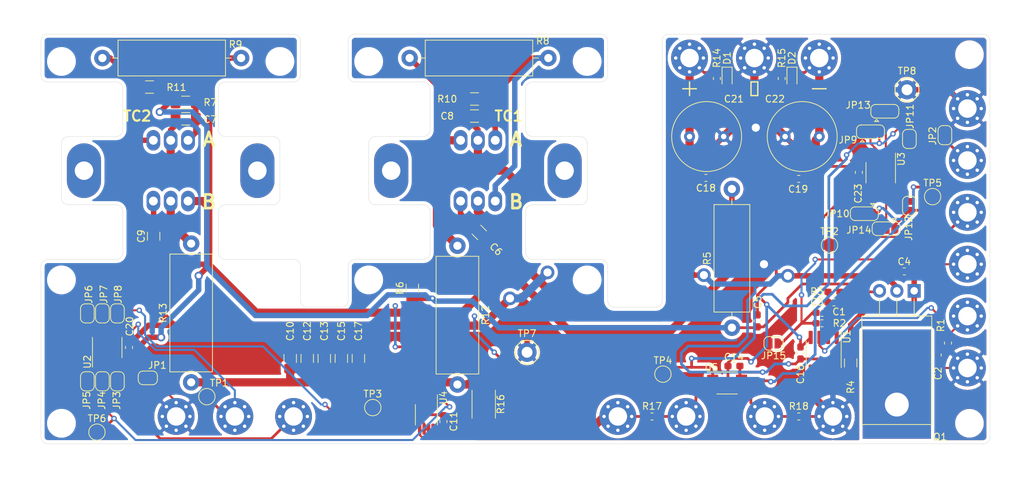
<source format=kicad_pcb>
(kicad_pcb (version 20171130) (host pcbnew "(5.1.5)-3")
  (layers (0 F.Cu signal) (31 B.Cu signal) (34 B.Paste user) (35 F.Paste user) (36 B.SilkS user) (37 F.SilkS user) (38 B.Mask user) (39 F.Mask user) (44 Edge.Cuts user))
  (net 0 "")
  (net 1 GND)
  (net 2 "Net-(C1-Pad1)")
  (net 3 "Net-(C2-Pad2)")
  (net 4 "Net-(C3-Pad1)")
  (net 5 "Net-(C4-Pad2)")
  (net 6 +VDC)
  (net 7 -VDC)
  (net 8 "Net-(C6-Pad1)")
  (net 9 "Net-(C7-Pad1)")
  (net 10 "Net-(C8-Pad1)")
  (net 11 "Net-(C9-Pad2)")
  (net 12 "Net-(C10-Pad2)")
  (net 13 "Net-(D1-Pad2)")
  (net 14 "Net-(D2-Pad2)")
  (net 15 "Net-(J2-Pad1)")
  (net 16 "Net-(J3-Pad1)")
  (net 17 "Net-(J5-Pad1)")
  (net 18 "Net-(J7-Pad1)")
  (net 19 "Net-(J8-Pad1)")
  (net 20 "Net-(J9-Pad1)")
  (net 21 "Net-(J10-Pad1)")
  (net 22 "Net-(J11-Pad1)")
  (net 23 "Net-(JP3-Pad2)")
  (net 24 "Net-(JP3-Pad1)")
  (net 25 "Net-(JP4-Pad1)")
  (net 26 "Net-(JP5-Pad1)")
  (net 27 "Net-(JP6-Pad2)")
  (net 28 "Net-(JP6-Pad1)")
  (net 29 "Net-(JP7-Pad1)")
  (net 30 "Net-(JP8-Pad1)")
  (net 31 "Net-(JP10-Pad2)")
  (net 32 "Net-(JP10-Pad1)")
  (net 33 "Net-(JP11-Pad1)")
  (net 34 "Net-(JP12-Pad1)")
  (net 35 "Net-(R4-Pad1)")
  (net 36 "Net-(R10-Pad1)")
  (net 37 "Net-(R11-Pad1)")
  (net 38 "Net-(R12-Pad1)")
  (net 39 "Net-(R13-Pad2)")
  (net 40 "Net-(U1-Pad8)")
  (net 41 "Net-(U1-Pad5)")
  (net 42 "Net-(U1-Pad1)")
  (net 43 "Net-(TC1-Pad2)")
  (net 44 "Net-(TC1-Pad1)")
  (net 45 "Net-(TC2-Pad2)")
  (net 46 "Net-(TC2-Pad1)")
  (net 47 "Net-(C1-Pad2)")
  (net 48 "Net-(JP9-Pad2)")
  (net 49 "Net-(JP11-Pad2)")
  (net 50 "Net-(JP13-Pad2)")
  (net 51 "Net-(JP14-Pad2)")
  (module guowa_misc:LT1997-1_MSOP_package (layer F.Cu) (at 199 90.3 270)
    (fp_text reference U3 (at -2 -3 90) (layer F.SilkS))
    (fp_text value LT1997-1)
    (pad 16 smd roundrect (at 2.15 -1.75 270) (size 1.45 0.3) (layers F.Cu F.Paste F.Mask) (net 34 "Net-(JP12-Pad1)"))
    (pad 14 smd roundrect (at 2.15 -0.75 270) (size 1.45 0.3) (layers F.Cu F.Paste F.Mask) (net 51 "Net-(JP14-Pad2)"))
    (pad 12 smd roundrect (at 2.15 0.25 270) (size 1.45 0.3) (layers F.Cu F.Paste F.Mask) (net 31 "Net-(JP10-Pad2)"))
    (pad 11 smd roundrect (at 2.15 0.75 270) (size 1.45 0.3) (layers F.Cu F.Paste F.Mask) (net 6 +VDC))
    (pad 10 smd roundrect (at 2.15 1.25 270) (size 1.45 0.3) (layers F.Cu F.Paste F.Mask) (net 6 +VDC))
    (pad 9 smd roundrect (at 2.15 1.75 270) (size 1.45 0.3) (layers F.Cu F.Paste F.Mask) (net 17 "Net-(J5-Pad1)"))
    (pad 8 smd roundrect (at -2.15 1.75 270) (size 1.45 0.3) (layers F.Cu F.Paste F.Mask) (net 7 -VDC))
    (pad 7 smd roundrect (at -2.15 1.25 270) (size 1.45 0.3) (layers F.Cu F.Paste F.Mask) (net 19 "Net-(J8-Pad1)"))
    (pad 6 smd roundrect (at -2.15 0.75 270) (size 1.45 0.3) (layers F.Cu F.Paste F.Mask) (net 19 "Net-(J8-Pad1)"))
    (pad 5 smd roundrect (at -2.15 0.25 270) (size 1.45 0.3) (layers F.Cu F.Paste F.Mask) (net 48 "Net-(JP9-Pad2)"))
    (pad 3 smd roundrect (at -2.15 -0.75 270) (size 1.45 0.3) (layers F.Cu F.Paste F.Mask) (net 50 "Net-(JP13-Pad2)"))
    (pad 1 smd roundrect (at -2.15 -1.75 270) (size 1.45 0.3) (layers F.Cu F.Paste F.Mask) (net 33 "Net-(JP11-Pad1)"))
  )
  (module Jumper:SolderJumper-3_P1.3mm_Open_RoundedPad1.0x1.5mm (layer F.Cu) (at 199.8 98.5 180)
    (fp_text reference JP14 (at 4 -0.2) (layer F.SilkS))
    (fp_text value Jumper_NC_Dual)
    (pad 2 smd rect (at 0 0 180) (size 1 1.5) (layers F.Cu F.Mask) (net 51 "Net-(JP14-Pad2)"))
    (pad 3 smd custom (at 1.3 0 180) (size 1 0.5) (layers F.Cu F.Mask) (net 17 "Net-(J5-Pad1)") (options (clearance outline) (anchor rect)) (primitives (gr_circle (center 0 0.25) (end 0.5 0.25) (width 0)) (gr_circle (center 0 -0.25) (end 0.5 -0.25) (width 0)) (gr_poly (pts (xy -0.55 -0.75) (xy 0 -0.75) (xy 0 0.75) (xy -0.55 0.75)) (width 0))))
    (pad 1 smd custom (at -1.3 0 180) (size 1 0.5) (layers F.Cu F.Mask) (net 32 "Net-(JP10-Pad1)") (options (clearance outline) (anchor rect)) (primitives (gr_circle (center 0 0.25) (end 0.5 0.25) (width 0)) (gr_circle (center 0 -0.25) (end 0.5 -0.25) (width 0)) (gr_poly (pts (xy 0.55 -0.75) (xy 0 -0.75) (xy 0 0.75) (xy 0.55 0.75)) (width 0))))
  )
  (module Jumper:SolderJumper-3_P1.3mm_Open_RoundedPad1.0x1.5mm (layer F.Cu) (at 199.6 81.3)
    (fp_text reference JP13 (at -3.9 -0.9) (layer F.SilkS))
    (fp_text value Jumper_NC_Dual)
    (pad 2 smd rect (at 0 0) (size 1 1.5) (layers F.Cu F.Mask) (net 50 "Net-(JP13-Pad2)"))
    (pad 3 smd custom (at 1.3 0) (size 1 0.5) (layers F.Cu F.Mask) (net 49 "Net-(JP11-Pad2)") (options (clearance outline) (anchor rect)) (primitives (gr_circle (center 0 0.25) (end 0.5 0.25) (width 0)) (gr_circle (center 0 -0.25) (end 0.5 -0.25) (width 0)) (gr_poly (pts (xy -0.55 -0.75) (xy 0 -0.75) (xy 0 0.75) (xy -0.55 0.75)) (width 0))))
    (pad 1 smd custom (at -1.3 0) (size 1 0.5) (layers F.Cu F.Mask) (net 1 GND) (options (clearance outline) (anchor rect)) (primitives (gr_circle (center 0 0.25) (end 0.5 0.25) (width 0)) (gr_circle (center 0 -0.25) (end 0.5 -0.25) (width 0)) (gr_poly (pts (xy 0.55 -0.75) (xy 0 -0.75) (xy 0 0.75) (xy 0.55 0.75)) (width 0))))
  )
  (module Jumper:SolderJumper-3_P1.3mm_Open_RoundedPad1.0x1.5mm (layer F.Cu) (at 196.6 96.3 180)
    (fp_text reference JP10 (at 4 0) (layer F.SilkS))
    (fp_text value Jumper_NC_Dual)
    (pad 2 smd rect (at 0 0 180) (size 1 1.5) (layers F.Cu F.Mask) (net 31 "Net-(JP10-Pad2)"))
    (pad 3 smd custom (at 1.3 0 180) (size 1 0.5) (layers F.Cu F.Mask) (net 17 "Net-(J5-Pad1)") (options (clearance outline) (anchor rect)) (primitives (gr_circle (center 0 0.25) (end 0.5 0.25) (width 0)) (gr_circle (center 0 -0.25) (end 0.5 -0.25) (width 0)) (gr_poly (pts (xy -0.55 -0.75) (xy 0 -0.75) (xy 0 0.75) (xy -0.55 0.75)) (width 0))))
    (pad 1 smd custom (at -1.3 0 180) (size 1 0.5) (layers F.Cu F.Mask) (net 32 "Net-(JP10-Pad1)") (options (clearance outline) (anchor rect)) (primitives (gr_circle (center 0 0.25) (end 0.5 0.25) (width 0)) (gr_circle (center 0 -0.25) (end 0.5 -0.25) (width 0)) (gr_poly (pts (xy 0.55 -0.75) (xy 0 -0.75) (xy 0 0.75) (xy 0.55 0.75)) (width 0))))
  )
  (module Jumper:SolderJumper-3_P1.3mm_Open_RoundedPad1.0x1.5mm (layer F.Cu) (at 197.5 84.3)
    (fp_text reference JP9 (at -3.3 1.2) (layer F.SilkS))
    (fp_text value Jumper_NC_Dual)
    (pad 2 smd rect (at 0 0) (size 1 1.5) (layers F.Cu F.Mask) (net 48 "Net-(JP9-Pad2)"))
    (pad 3 smd custom (at 1.3 0) (size 1 0.5) (layers F.Cu F.Mask) (net 49 "Net-(JP11-Pad2)") (options (clearance outline) (anchor rect)) (primitives (gr_circle (center 0 0.25) (end 0.5 0.25) (width 0)) (gr_circle (center 0 -0.25) (end 0.5 -0.25) (width 0)) (gr_poly (pts (xy -0.55 -0.75) (xy 0 -0.75) (xy 0 0.75) (xy -0.55 0.75)) (width 0))))
    (pad 1 smd custom (at -1.3 0) (size 1 0.5) (layers F.Cu F.Mask) (net 1 GND) (options (clearance outline) (anchor rect)) (primitives (gr_circle (center 0 0.25) (end 0.5 0.25) (width 0)) (gr_circle (center 0 -0.25) (end 0.5 -0.25) (width 0)) (gr_poly (pts (xy 0.55 -0.75) (xy 0 -0.75) (xy 0 0.75) (xy 0.55 0.75)) (width 0))))
  )
  (module Jumper:SolderJumper-2_P1.3mm_Open_RoundedPad1.0x1.5mm (layer F.Cu) (at 183.3 115.3 180)
    (fp_text reference JP15 (at 0 -1.8) (layer F.SilkS))
    (fp_text value Jumper)
    (pad 2 smd custom (at 0.65 0 180) (size 1 0.5) (layers F.Cu F.Mask) (net 1 GND) (options (clearance outline) (anchor rect)) (primitives (gr_circle (center 0 0.25) (end 0.5 0.25) (width 0)) (gr_circle (center 0 -0.25) (end 0.5 -0.25) (width 0)) (gr_poly (pts (xy 0 -0.75) (xy -0.5 -0.75) (xy -0.5 0.75) (xy 0 0.75)) (width 0))))
    (pad 1 smd custom (at -0.65 0 180) (size 1 0.5) (layers F.Cu F.Mask) (net 47 "Net-(C1-Pad2)") (options (clearance outline) (anchor rect)) (primitives (gr_circle (center 0 0.25) (end 0.5 0.25) (width 0)) (gr_circle (center 0 -0.25) (end 0.5 -0.25) (width 0)) (gr_poly (pts (xy 0 -0.75) (xy 0.5 -0.75) (xy 0.5 0.75) (xy 0 0.75)) (width 0))))
  )
  (module MountingHole:MountingHole_2.7mm_Pad_Via (layer F.Cu) (at 211.7 103.7)
    (fp_text reference J16 hide)
    (fp_text value CTRL_R)
    (pad 1 thru_hole circle (at 1.431891 -1.431891) (size 0.8 0.8) (drill 0.5) (layers *.Cu *.Mask) (net 47 "Net-(C1-Pad2)"))
    (pad 1 thru_hole circle (at 0 -2.025) (size 0.8 0.8) (drill 0.5) (layers *.Cu *.Mask) (net 47 "Net-(C1-Pad2)"))
    (pad 1 thru_hole circle (at -1.431891 -1.431891) (size 0.8 0.8) (drill 0.5) (layers *.Cu *.Mask) (net 47 "Net-(C1-Pad2)"))
    (pad 1 thru_hole circle (at -2.025 0) (size 0.8 0.8) (drill 0.5) (layers *.Cu *.Mask) (net 47 "Net-(C1-Pad2)"))
    (pad 1 thru_hole circle (at -1.431891 1.431891) (size 0.8 0.8) (drill 0.5) (layers *.Cu *.Mask) (net 47 "Net-(C1-Pad2)"))
    (pad 1 thru_hole circle (at 0 2.025) (size 0.8 0.8) (drill 0.5) (layers *.Cu *.Mask) (net 47 "Net-(C1-Pad2)"))
    (pad 1 thru_hole circle (at 1.431891 1.431891) (size 0.8 0.8) (drill 0.5) (layers *.Cu *.Mask) (net 47 "Net-(C1-Pad2)"))
    (pad 1 thru_hole circle (at 2.025 0) (size 0.8 0.8) (drill 0.5) (layers *.Cu *.Mask) (net 47 "Net-(C1-Pad2)"))
    (pad 1 thru_hole circle (at 0 0) (size 5.4 5.4) (drill 2.7) (layers *.Cu *.Mask) (net 47 "Net-(C1-Pad2)"))
  )
  (module MountingHole:MountingHole_2.7mm_Pad_Via (layer F.Cu) (at 190 73.5)
    (fp_text reference J15 hide)
    (fp_text value -VDC)
    (pad 1 thru_hole circle (at 1.431891 -1.431891) (size 0.8 0.8) (drill 0.5) (layers *.Cu *.Mask) (net 7 -VDC))
    (pad 1 thru_hole circle (at 0 -2.025) (size 0.8 0.8) (drill 0.5) (layers *.Cu *.Mask) (net 7 -VDC))
    (pad 1 thru_hole circle (at -1.431891 -1.431891) (size 0.8 0.8) (drill 0.5) (layers *.Cu *.Mask) (net 7 -VDC))
    (pad 1 thru_hole circle (at -2.025 0) (size 0.8 0.8) (drill 0.5) (layers *.Cu *.Mask) (net 7 -VDC))
    (pad 1 thru_hole circle (at -1.431891 1.431891) (size 0.8 0.8) (drill 0.5) (layers *.Cu *.Mask) (net 7 -VDC))
    (pad 1 thru_hole circle (at 0 2.025) (size 0.8 0.8) (drill 0.5) (layers *.Cu *.Mask) (net 7 -VDC))
    (pad 1 thru_hole circle (at 1.431891 1.431891) (size 0.8 0.8) (drill 0.5) (layers *.Cu *.Mask) (net 7 -VDC))
    (pad 1 thru_hole circle (at 2.025 0) (size 0.8 0.8) (drill 0.5) (layers *.Cu *.Mask) (net 7 -VDC))
    (pad 1 thru_hole circle (at 0 0) (size 5.4 5.4) (drill 2.7) (layers *.Cu *.Mask) (net 7 -VDC))
  )
  (module MountingHole:MountingHole_2.7mm_Pad_Via (layer F.Cu) (at 180.5 73.5)
    (fp_text reference J14 hide)
    (fp_text value GND)
    (pad 1 thru_hole circle (at 1.431891 -1.431891) (size 0.8 0.8) (drill 0.5) (layers *.Cu *.Mask) (net 1 GND))
    (pad 1 thru_hole circle (at 0 -2.025) (size 0.8 0.8) (drill 0.5) (layers *.Cu *.Mask) (net 1 GND))
    (pad 1 thru_hole circle (at -1.431891 -1.431891) (size 0.8 0.8) (drill 0.5) (layers *.Cu *.Mask) (net 1 GND))
    (pad 1 thru_hole circle (at -2.025 0) (size 0.8 0.8) (drill 0.5) (layers *.Cu *.Mask) (net 1 GND))
    (pad 1 thru_hole circle (at -1.431891 1.431891) (size 0.8 0.8) (drill 0.5) (layers *.Cu *.Mask) (net 1 GND))
    (pad 1 thru_hole circle (at 0 2.025) (size 0.8 0.8) (drill 0.5) (layers *.Cu *.Mask) (net 1 GND))
    (pad 1 thru_hole circle (at 1.431891 1.431891) (size 0.8 0.8) (drill 0.5) (layers *.Cu *.Mask) (net 1 GND))
    (pad 1 thru_hole circle (at 2.025 0) (size 0.8 0.8) (drill 0.5) (layers *.Cu *.Mask) (net 1 GND))
    (pad 1 thru_hole circle (at 0 0) (size 5.4 5.4) (drill 2.7) (layers *.Cu *.Mask) (net 1 GND))
  )
  (module MountingHole:MountingHole_2.7mm_Pad_Via (layer F.Cu) (at 171 73.5)
    (fp_text reference J13 hide)
    (fp_text value +VDC)
    (pad 1 thru_hole circle (at 1.431891 -1.431891) (size 0.8 0.8) (drill 0.5) (layers *.Cu *.Mask) (net 6 +VDC))
    (pad 1 thru_hole circle (at 0 -2.025) (size 0.8 0.8) (drill 0.5) (layers *.Cu *.Mask) (net 6 +VDC))
    (pad 1 thru_hole circle (at -1.431891 -1.431891) (size 0.8 0.8) (drill 0.5) (layers *.Cu *.Mask) (net 6 +VDC))
    (pad 1 thru_hole circle (at -2.025 0) (size 0.8 0.8) (drill 0.5) (layers *.Cu *.Mask) (net 6 +VDC))
    (pad 1 thru_hole circle (at -1.431891 1.431891) (size 0.8 0.8) (drill 0.5) (layers *.Cu *.Mask) (net 6 +VDC))
    (pad 1 thru_hole circle (at 0 2.025) (size 0.8 0.8) (drill 0.5) (layers *.Cu *.Mask) (net 6 +VDC))
    (pad 1 thru_hole circle (at 1.431891 1.431891) (size 0.8 0.8) (drill 0.5) (layers *.Cu *.Mask) (net 6 +VDC))
    (pad 1 thru_hole circle (at 2.025 0) (size 0.8 0.8) (drill 0.5) (layers *.Cu *.Mask) (net 6 +VDC))
    (pad 1 thru_hole circle (at 0 0) (size 5.4 5.4) (drill 2.7) (layers *.Cu *.Mask) (net 6 +VDC))
  )
  (module power_transistor:power_couple_radiator1 (layer F.Cu) (at 95 90)
    (fp_text reference TC2 (at -4.9 -8) (layer F.SilkS) (effects (font (size 1.5 1.5) (thickness 0.3))))
    (fp_text value power_couple_type1)
    (fp_text user B (at 5.588 4.572) (layer F.SilkS) (effects (font (size 2 2) (thickness 0.4))))
    (fp_text user A (at 5.588 -4.572) (layer F.SilkS) (effects (font (size 2 2) (thickness 0.4))))
    (pad 8 thru_hole oval (at 2.54 4.45) (size 2 3) (drill 1.3) (layers *.Cu *.Mask) (net 7 -VDC))
    (pad 7 thru_hole oval (at 0 4.45) (size 2 3) (drill 1.3) (layers *.Cu *.Mask) (net 39 "Net-(R13-Pad2)"))
    (pad 6 thru_hole oval (at -2.54 4.45) (size 2 3) (drill 1.3) (layers *.Cu *.Mask) (net 11 "Net-(C9-Pad2)"))
    (pad 5 thru_hole oval (at 2.54 -4.45) (size 2 3) (drill 1.3) (layers *.Cu *.Mask) (net 9 "Net-(C7-Pad1)"))
    (pad 4 thru_hole oval (at 0 -4.45) (size 2 3) (drill 1.3) (layers *.Cu *.Mask) (net 6 +VDC))
    (pad 3 thru_hole oval (at -2.54 -4.45) (size 2 3) (drill 1.3) (layers *.Cu *.Mask) (net 37 "Net-(R11-Pad1)"))
    (pad 2 thru_hole oval (at 12.7 0) (size 5 8) (drill 2.7) (layers *.Cu *.Mask) (net 45 "Net-(TC2-Pad2)"))
    (pad 1 thru_hole oval (at -12.7 0) (size 5 8) (drill 2.7) (layers *.Cu *.Mask) (net 46 "Net-(TC2-Pad1)"))
  )
  (module MountingHole:MountingHole_3.2mm_M3 (layer F.Cu) (at 156 106)
    (fp_text reference H12 hide)
    (fp_text value Hole)
    (pad 1 np_thru_hole circle (at 0 0) (size 3.2 3.2) (drill 3.2) (layers *.Cu *.Mask))
  )
  (module MountingHole:MountingHole_3.2mm_M3 (layer F.Cu) (at 156 74)
    (fp_text reference H11 hide)
    (fp_text value Hole)
    (pad 1 np_thru_hole circle (at 0 0) (size 3.2 3.2) (drill 3.2) (layers *.Cu *.Mask))
  )
  (module power_transistor:power_couple_radiator1 (layer F.Cu) (at 140 90)
    (fp_text reference TC1 (at 4.5 -8) (layer F.SilkS) (effects (font (size 1.5 1.5) (thickness 0.3))))
    (fp_text value power_couple_type1)
    (fp_text user B (at 5.588 4.572) (layer F.SilkS) (effects (font (size 2 2) (thickness 0.4))))
    (fp_text user A (at 5.588 -4.572) (layer F.SilkS) (effects (font (size 2 2) (thickness 0.4))))
    (pad 8 thru_hole oval (at 2.54 4.45) (size 2 3) (drill 1.3) (layers *.Cu *.Mask) (net 36 "Net-(R10-Pad1)"))
    (pad 7 thru_hole oval (at 0 4.45) (size 2 3) (drill 1.3) (layers *.Cu *.Mask) (net 7 -VDC))
    (pad 6 thru_hole oval (at -2.54 4.45) (size 2 3) (drill 1.3) (layers *.Cu *.Mask) (net 8 "Net-(C6-Pad1)"))
    (pad 5 thru_hole oval (at 2.54 -4.45) (size 2 3) (drill 1.3) (layers *.Cu *.Mask) (net 10 "Net-(C8-Pad1)"))
    (pad 4 thru_hole oval (at 0 -4.45) (size 2 3) (drill 1.3) (layers *.Cu *.Mask) (net 6 +VDC))
    (pad 3 thru_hole oval (at -2.54 -4.45) (size 2 3) (drill 1.3) (layers *.Cu *.Mask) (net 38 "Net-(R12-Pad1)"))
    (pad 2 thru_hole oval (at 12.7 0) (size 5 8) (drill 2.7) (layers *.Cu *.Mask) (net 43 "Net-(TC1-Pad2)"))
    (pad 1 thru_hole oval (at -12.7 0) (size 5 8) (drill 2.7) (layers *.Cu *.Mask) (net 44 "Net-(TC1-Pad1)"))
  )
  (module MountingHole:MountingHole_3.2mm_M3 (layer F.Cu) (at 124 74)
    (fp_text reference H10 hide)
    (fp_text value Hole)
    (pad 1 np_thru_hole circle (at 0 0) (size 3.2 3.2) (drill 3.2) (layers *.Cu *.Mask))
  )
  (module MountingHole:MountingHole_3.2mm_M3 (layer F.Cu) (at 124 106)
    (fp_text reference H9 hide)
    (fp_text value Hole)
    (pad 1 np_thru_hole circle (at 0 0) (size 3.2 3.2) (drill 3.2) (layers *.Cu *.Mask))
  )
  (module MountingHole:MountingHole_3.2mm_M3 (layer F.Cu) (at 79 106)
    (fp_text reference H8 hide)
    (fp_text value Hole)
    (pad 1 np_thru_hole circle (at 0 0) (size 3.2 3.2) (drill 3.2) (layers *.Cu *.Mask))
  )
  (module MountingHole:MountingHole_3.2mm_M3 (layer F.Cu) (at 111 74)
    (fp_text reference H7 hide)
    (fp_text value Hole)
    (pad 1 np_thru_hole circle (at 0 0) (size 3.2 3.2) (drill 3.2) (layers *.Cu *.Mask))
  )
  (module MountingHole:MountingHole_3.2mm_M3 (layer F.Cu) (at 79 74)
    (fp_text reference H6 hide)
    (fp_text value Hole)
    (pad 1 np_thru_hole circle (at 0 0) (size 3.2 3.2) (drill 3.2) (layers *.Cu *.Mask))
  )
  (module MountingHole:MountingHole_3.2mm_M3 (layer F.Cu) (at 111 106)
    (fp_text reference H5 hide)
    (fp_text value Hole)
    (pad 1 np_thru_hole circle (at 0 0) (size 3.2 3.2) (drill 3.2) (layers *.Cu *.Mask))
  )
  (module MountingHole:MountingHole_3.2mm_M3 (layer F.Cu) (at 212 73)
    (fp_text reference H3 hide)
    (fp_text value Hole)
    (pad 1 np_thru_hole circle (at 0 0) (size 3.2 3.2) (drill 3.2) (layers *.Cu *.Mask))
  )
  (module MountingHole:MountingHole_3.2mm_M3 (layer F.Cu) (at 212 127)
    (fp_text reference H2 hide)
    (fp_text value Hole)
    (pad 1 np_thru_hole circle (at 0 0) (size 3.2 3.2) (drill 3.2) (layers *.Cu *.Mask))
  )
  (module MountingHole:MountingHole_3.2mm_M3 (layer F.Cu) (at 79 127)
    (fp_text reference H1 hide)
    (fp_text value Hole)
    (pad 1 np_thru_hole circle (at 0 0) (size 3.2 3.2) (drill 3.2) (layers *.Cu *.Mask))
  )
  (module Package_SO:MSOP-8_3x3mm_P0.65mm (layer F.Cu) (at 176.5 121.1)
    (fp_text reference U5 (at -2.3 -2.3) (layer F.SilkS))
    (fp_text value ADA4522-2)
    (pad 8 smd roundrect (at 2.1125 -0.975) (size 1.625 0.5) (layers F.Cu F.Paste F.Mask) (net 6 +VDC))
    (pad 7 smd roundrect (at 2.1125 -0.325) (size 1.625 0.5) (layers F.Cu F.Paste F.Mask) (net 32 "Net-(JP10-Pad1)"))
    (pad 6 smd roundrect (at 2.1125 0.325) (size 1.625 0.5) (layers F.Cu F.Paste F.Mask) (net 32 "Net-(JP10-Pad1)"))
    (pad 5 smd roundrect (at 2.1125 0.975) (size 1.625 0.5) (layers F.Cu F.Paste F.Mask) (net 21 "Net-(J10-Pad1)"))
    (pad 4 smd roundrect (at -2.1125 0.975) (size 1.625 0.5) (layers F.Cu F.Paste F.Mask) (net 7 -VDC))
    (pad 3 smd roundrect (at -2.1125 0.325) (size 1.625 0.5) (layers F.Cu F.Paste F.Mask) (net 20 "Net-(J9-Pad1)"))
    (pad 2 smd roundrect (at -2.1125 -0.325) (size 1.625 0.5) (layers F.Cu F.Paste F.Mask) (net 49 "Net-(JP11-Pad2)"))
    (pad 1 smd roundrect (at -2.1125 -0.975) (size 1.625 0.5) (layers F.Cu F.Paste F.Mask) (net 49 "Net-(JP11-Pad2)"))
  )
  (module Package_SO:MSOP-8_3x3mm_P0.65mm (layer F.Cu) (at 132.45 125.75 270)
    (fp_text reference U4 (at -2.5 -2.5 90) (layer F.SilkS))
    (fp_text value ADA4522-2)
    (pad 8 smd roundrect (at 2.1125 -0.975 270) (size 1.625 0.5) (layers F.Cu F.Paste F.Mask) (net 6 +VDC))
    (pad 7 smd roundrect (at 2.1125 -0.325 270) (size 1.625 0.5) (layers F.Cu F.Paste F.Mask) (net 27 "Net-(JP6-Pad2)"))
    (pad 6 smd roundrect (at 2.1125 0.325 270) (size 1.625 0.5) (layers F.Cu F.Paste F.Mask) (net 27 "Net-(JP6-Pad2)"))
    (pad 5 smd roundrect (at 2.1125 0.975 270) (size 1.625 0.5) (layers F.Cu F.Paste F.Mask) (net 22 "Net-(J11-Pad1)"))
    (pad 4 smd roundrect (at -2.1125 0.975 270) (size 1.625 0.5) (layers F.Cu F.Paste F.Mask) (net 7 -VDC))
    (pad 3 smd roundrect (at -2.1125 0.325 270) (size 1.625 0.5) (layers F.Cu F.Paste F.Mask) (net 12 "Net-(C10-Pad2)"))
    (pad 2 smd roundrect (at -2.1125 -0.325 270) (size 1.625 0.5) (layers F.Cu F.Paste F.Mask) (net 23 "Net-(JP3-Pad2)"))
    (pad 1 smd roundrect (at -2.1125 -0.975 270) (size 1.625 0.5) (layers F.Cu F.Paste F.Mask) (net 23 "Net-(JP3-Pad2)"))
  )
  (module guowa_misc:LT1997-1_MSOP_package (layer F.Cu) (at 85.7 115.9 90)
    (fp_text reference U2 (at -2.1 -2.9 90) (layer F.SilkS))
    (fp_text value LT1997-1)
    (pad 16 smd roundrect (at 2.15 -1.75 90) (size 1.45 0.3) (layers F.Cu F.Paste F.Mask) (net 28 "Net-(JP6-Pad1)"))
    (pad 14 smd roundrect (at 2.15 -0.75 90) (size 1.45 0.3) (layers F.Cu F.Paste F.Mask) (net 29 "Net-(JP7-Pad1)"))
    (pad 12 smd roundrect (at 2.15 0.25 90) (size 1.45 0.3) (layers F.Cu F.Paste F.Mask) (net 30 "Net-(JP8-Pad1)"))
    (pad 11 smd roundrect (at 2.15 0.75 90) (size 1.45 0.3) (layers F.Cu F.Paste F.Mask) (net 6 +VDC))
    (pad 10 smd roundrect (at 2.15 1.25 90) (size 1.45 0.3) (layers F.Cu F.Paste F.Mask) (net 6 +VDC))
    (pad 9 smd roundrect (at 2.15 1.75 90) (size 1.45 0.3) (layers F.Cu F.Paste F.Mask) (net 16 "Net-(J3-Pad1)"))
    (pad 8 smd roundrect (at -2.15 1.75 90) (size 1.45 0.3) (layers F.Cu F.Paste F.Mask) (net 7 -VDC))
    (pad 7 smd roundrect (at -2.15 1.25 90) (size 1.45 0.3) (layers F.Cu F.Paste F.Mask) (net 18 "Net-(J7-Pad1)"))
    (pad 6 smd roundrect (at -2.15 0.75 90) (size 1.45 0.3) (layers F.Cu F.Paste F.Mask) (net 18 "Net-(J7-Pad1)"))
    (pad 5 smd roundrect (at -2.15 0.25 90) (size 1.45 0.3) (layers F.Cu F.Paste F.Mask) (net 24 "Net-(JP3-Pad1)"))
    (pad 3 smd roundrect (at -2.15 -0.75 90) (size 1.45 0.3) (layers F.Cu F.Paste F.Mask) (net 25 "Net-(JP4-Pad1)"))
    (pad 1 smd roundrect (at -2.15 -1.75 90) (size 1.45 0.3) (layers F.Cu F.Paste F.Mask) (net 26 "Net-(JP5-Pad1)"))
  )
  (module Package_SO:SOIC-8_3.9x4.9mm_P1.27mm (layer F.Cu) (at 190.65 116.9 270)
    (fp_text reference U1 (at -2.6 -3.4 90) (layer F.SilkS))
    (fp_text value ADA4523-1BRZ)
    (pad 8 smd roundrect (at 2.475 -1.905 270) (size 1.95 0.6) (layers F.Cu F.Paste F.Mask) (net 40 "Net-(U1-Pad8)"))
    (pad 7 smd roundrect (at 2.475 -0.635 270) (size 1.95 0.6) (layers F.Cu F.Paste F.Mask) (net 6 +VDC))
    (pad 6 smd roundrect (at 2.475 0.635 270) (size 1.95 0.6) (layers F.Cu F.Paste F.Mask) (net 35 "Net-(R4-Pad1)"))
    (pad 5 smd roundrect (at 2.475 1.905 270) (size 1.95 0.6) (layers F.Cu F.Paste F.Mask) (net 41 "Net-(U1-Pad5)"))
    (pad 4 smd roundrect (at -2.475 1.905 270) (size 1.95 0.6) (layers F.Cu F.Paste F.Mask) (net 7 -VDC))
    (pad 3 smd roundrect (at -2.475 0.635 270) (size 1.95 0.6) (layers F.Cu F.Paste F.Mask) (net 3 "Net-(C2-Pad2)"))
    (pad 2 smd roundrect (at -2.475 -0.635 270) (size 1.95 0.6) (layers F.Cu F.Paste F.Mask) (net 2 "Net-(C1-Pad1)"))
    (pad 1 smd roundrect (at -2.475 -1.905 270) (size 1.95 0.6) (layers F.Cu F.Paste F.Mask) (net 42 "Net-(U1-Pad1)"))
  )
  (module TestPoint:TestPoint_Keystone_5010-5014_Multipurpose (layer F.Cu) (at 202.85 78.15)
    (fp_text reference TP8 (at 0 -2.75) (layer F.SilkS))
    (fp_text value 5011)
    (pad 1 thru_hole circle (at 0 0) (size 2.8 2.8) (drill 1.6) (layers *.Cu *.Mask) (net 1 GND))
  )
  (module TestPoint:TestPoint_Keystone_5010-5014_Multipurpose (layer F.Cu) (at 147.2 116.6)
    (fp_text reference TP7 (at 0 -2.75) (layer F.SilkS))
    (fp_text value 5011)
    (pad 1 thru_hole circle (at 0 0) (size 2.8 2.8) (drill 1.6) (layers *.Cu *.Mask) (net 1 GND))
  )
  (module TestPoint:TestPoint_Pad_D2.0mm (layer F.Cu) (at 84.2 128.3)
    (fp_text reference TP6 (at 0 -1.998) (layer F.SilkS))
    (fp_text value TestPoint)
    (pad 1 smd circle (at 0 0) (size 2 2) (layers F.Cu F.Mask) (net 23 "Net-(JP3-Pad2)"))
  )
  (module TestPoint:TestPoint_Pad_D2.0mm (layer F.Cu) (at 206.6 93.8)
    (fp_text reference TP5 (at 0 -1.998) (layer F.SilkS))
    (fp_text value TestPoint)
    (pad 1 smd circle (at 0 0) (size 2 2) (layers F.Cu F.Mask) (net 32 "Net-(JP10-Pad1)"))
  )
  (module TestPoint:TestPoint_Pad_D2.0mm (layer F.Cu) (at 167.1 119.8)
    (fp_text reference TP4 (at 0 -1.998) (layer F.SilkS))
    (fp_text value TestPoint)
    (pad 1 smd circle (at 0 0) (size 2 2) (layers F.Cu F.Mask) (net 49 "Net-(JP11-Pad2)"))
  )
  (module TestPoint:TestPoint_Pad_D2.0mm (layer F.Cu) (at 124.6 124.7)
    (fp_text reference TP3 (at 0 -1.998) (layer F.SilkS))
    (fp_text value TestPoint)
    (pad 1 smd circle (at 0 0) (size 2 2) (layers F.Cu F.Mask) (net 27 "Net-(JP6-Pad2)"))
  )
  (module TestPoint:TestPoint_Pad_D2.0mm (layer F.Cu) (at 191.5 100.9)
    (fp_text reference TP2 (at 0 -1.998) (layer F.SilkS))
    (fp_text value TestPoint)
    (pad 1 smd circle (at 0 0) (size 2 2) (layers F.Cu F.Mask) (net 17 "Net-(J5-Pad1)"))
  )
  (module TestPoint:TestPoint_Pad_D2.0mm (layer F.Cu) (at 100.3 123.1)
    (fp_text reference TP1 (at 1.8 -2) (layer F.SilkS))
    (fp_text value TestPoint)
    (pad 1 smd circle (at 0 0) (size 2 2) (layers F.Cu F.Mask) (net 16 "Net-(J3-Pad1)"))
  )
  (module Resistor_SMD:R_0603_1608Metric_Pad1.05x0.95mm_HandSolder (layer F.Cu) (at 187 126 180)
    (fp_text reference R18 (at 0 1.5) (layer F.SilkS))
    (fp_text value 10k)
    (pad 2 smd roundrect (at 0.875 0 180) (size 1.05 0.95) (layers F.Cu F.Paste F.Mask) (net 21 "Net-(J10-Pad1)"))
    (pad 1 smd roundrect (at -0.875 0 180) (size 1.05 0.95) (layers F.Cu F.Paste F.Mask) (net 1 GND))
  )
  (module Resistor_SMD:R_0603_1608Metric_Pad1.05x0.95mm_HandSolder (layer F.Cu) (at 165.5 126 180)
    (fp_text reference R17 (at 0 1.5) (layer F.SilkS))
    (fp_text value 10k)
    (pad 2 smd roundrect (at 0.875 0 180) (size 1.05 0.95) (layers F.Cu F.Paste F.Mask) (net 22 "Net-(J11-Pad1)"))
    (pad 1 smd roundrect (at -0.875 0 180) (size 1.05 0.95) (layers F.Cu F.Paste F.Mask) (net 20 "Net-(J9-Pad1)"))
  )
  (module Resistor_SMD:R_2512_6332Metric_Pad1.52x3.35mm_HandSolder (layer F.Cu) (at 140.85 124.2 90)
    (fp_text reference R16 (at 0 2.5 90) (layer F.SilkS))
    (fp_text value "10m 3W 1% 75ppm/C")
    (pad 2 smd roundrect (at 2.9875 0 90) (size 1.525 3.35) (layers F.Cu F.Paste F.Mask) (roundrect_rratio 0.163934) (net 12 "Net-(C10-Pad2)"))
    (pad 1 smd roundrect (at -2.9875 0 90) (size 1.525 3.35) (layers F.Cu F.Paste F.Mask) (roundrect_rratio 0.163934) (net 22 "Net-(J11-Pad1)"))
  )
  (module Resistor_SMD:R_0603_1608Metric_Pad1.05x0.95mm_HandSolder (layer F.Cu) (at 184.5 76.5 90)
    (fp_text reference R15 (at 3 0 90) (layer F.SilkS))
    (fp_text value 47k)
    (pad 2 smd roundrect (at 0.875 0 90) (size 1.05 0.95) (layers F.Cu F.Paste F.Mask) (net 1 GND))
    (pad 1 smd roundrect (at -0.875 0 90) (size 1.05 0.95) (layers F.Cu F.Paste F.Mask) (net 14 "Net-(D2-Pad2)"))
  )
  (module Resistor_SMD:R_0603_1608Metric_Pad1.05x0.95mm_HandSolder (layer F.Cu) (at 175 76.5 90)
    (fp_text reference R14 (at 3 0 90) (layer F.SilkS))
    (fp_text value 47k)
    (pad 2 smd roundrect (at 0.875 0 90) (size 1.05 0.95) (layers F.Cu F.Paste F.Mask) (net 6 +VDC))
    (pad 1 smd roundrect (at -0.875 0 90) (size 1.05 0.95) (layers F.Cu F.Paste F.Mask) (net 13 "Net-(D1-Pad2)"))
  )
  (module Resistor_THT:R_Axial_DIN0617_L17.0mm_D6.0mm_P20.32mm_Horizontal (layer F.Cu) (at 98 121 90)
    (fp_text reference R13 (at 10.16 -4.12 90) (layer F.SilkS))
    (fp_text value "470m 3W 5%")
    (pad 2 thru_hole oval (at 20.32 0 90) (size 2.4 2.4) (drill 1.2) (layers *.Cu *.Mask) (net 39 "Net-(R13-Pad2)"))
    (pad 1 thru_hole circle (at 0 0 90) (size 2.4 2.4) (drill 1.2) (layers *.Cu *.Mask) (net 12 "Net-(C10-Pad2)"))
  )
  (module Resistor_THT:R_Axial_DIN0617_L17.0mm_D6.0mm_P20.32mm_Horizontal (layer F.Cu) (at 137 101 270)
    (fp_text reference R12 (at 10.16 -4.12 90) (layer F.SilkS))
    (fp_text value "470m 3W 5%")
    (pad 2 thru_hole oval (at 20.32 0 270) (size 2.4 2.4) (drill 1.2) (layers *.Cu *.Mask) (net 12 "Net-(C10-Pad2)"))
    (pad 1 thru_hole circle (at 0 0 270) (size 2.4 2.4) (drill 1.2) (layers *.Cu *.Mask) (net 38 "Net-(R12-Pad1)"))
  )
  (module Resistor_SMD:R_1206_3216Metric_Pad1.42x1.75mm_HandSolder (layer F.Cu) (at 91.9 77.75)
    (fp_text reference R11 (at 3.95 0.05) (layer F.SilkS))
    (fp_text value "4R7 1%")
    (pad 2 smd roundrect (at 1.4875 0) (size 1.425 1.75) (layers F.Cu F.Paste F.Mask) (roundrect_rratio 0.175439) (net 7 -VDC))
    (pad 1 smd roundrect (at -1.4875 0) (size 1.425 1.75) (layers F.Cu F.Paste F.Mask) (roundrect_rratio 0.175439) (net 37 "Net-(R11-Pad1)"))
  )
  (module Resistor_SMD:R_1206_3216Metric_Pad1.42x1.75mm_HandSolder (layer F.Cu) (at 139.5 79.5 180)
    (fp_text reference R10 (at 4 0) (layer F.SilkS))
    (fp_text value "4R7 1%")
    (pad 2 smd roundrect (at 1.4875 0 180) (size 1.425 1.75) (layers F.Cu F.Paste F.Mask) (roundrect_rratio 0.175439) (net 10 "Net-(C8-Pad1)"))
    (pad 1 smd roundrect (at -1.4875 0 180) (size 1.425 1.75) (layers F.Cu F.Paste F.Mask) (roundrect_rratio 0.175439) (net 36 "Net-(R10-Pad1)"))
  )
  (module Resistor_THT:R_Axial_DIN0516_L15.5mm_D5.0mm_P20.32mm_Horizontal (layer F.Cu) (at 85 73.5)
    (fp_text reference R9 (at 19.5 -2) (layer F.SilkS))
    (fp_text value "390R 3W 5%")
    (pad 2 thru_hole oval (at 20.32 0) (size 2.4 2.4) (drill 1.2) (layers *.Cu *.Mask) (net 7 -VDC))
    (pad 1 thru_hole circle (at 0 0) (size 2.4 2.4) (drill 1.2) (layers *.Cu *.Mask) (net 37 "Net-(R11-Pad1)"))
  )
  (module Resistor_THT:R_Axial_DIN0516_L15.5mm_D5.0mm_P20.32mm_Horizontal (layer F.Cu) (at 130 73.5)
    (fp_text reference R8 (at 19.5 -2.5) (layer F.SilkS))
    (fp_text value "390R 3W 5%")
    (pad 2 thru_hole oval (at 20.32 0) (size 2.4 2.4) (drill 1.2) (layers *.Cu *.Mask) (net 36 "Net-(R10-Pad1)"))
    (pad 1 thru_hole circle (at 0 0) (size 2.4 2.4) (drill 1.2) (layers *.Cu *.Mask) (net 6 +VDC))
  )
  (module Resistor_SMD:R_1206_3216Metric_Pad1.42x1.75mm_HandSolder (layer F.Cu) (at 97.2 80)
    (fp_text reference R7 (at 3.6 0) (layer F.SilkS))
    (fp_text value "100R 1%")
    (pad 2 smd roundrect (at 1.4875 0) (size 1.425 1.75) (layers F.Cu F.Paste F.Mask) (roundrect_rratio 0.175439) (net 9 "Net-(C7-Pad1)"))
    (pad 1 smd roundrect (at -1.4875 0) (size 1.425 1.75) (layers F.Cu F.Paste F.Mask) (roundrect_rratio 0.175439) (net 4 "Net-(C3-Pad1)"))
  )
  (module Resistor_SMD:R_1206_3216Metric_Pad1.42x1.75mm_HandSolder (layer F.Cu) (at 130.4 107.2 90)
    (fp_text reference R6 (at 0 -1.82 90) (layer F.SilkS))
    (fp_text value "100R 1%")
    (pad 2 smd roundrect (at 1.4875 0 90) (size 1.425 1.75) (layers F.Cu F.Paste F.Mask) (roundrect_rratio 0.175439) (net 8 "Net-(C6-Pad1)"))
    (pad 1 smd roundrect (at -1.4875 0 90) (size 1.425 1.75) (layers F.Cu F.Paste F.Mask) (roundrect_rratio 0.175439) (net 4 "Net-(C3-Pad1)"))
  )
  (module Resistor_THT:R_Axial_DIN0516_L15.5mm_D5.0mm_P20.32mm_Horizontal (layer F.Cu) (at 177.2 113 90)
    (fp_text reference R5 (at 10.16 -3.62 90) (layer F.SilkS))
    (fp_text value "1k5 3W 5%")
    (pad 2 thru_hole oval (at 20.32 0 90) (size 2.4 2.4) (drill 1.2) (layers *.Cu *.Mask) (net 7 -VDC))
    (pad 1 thru_hole circle (at 0 0 90) (size 2.4 2.4) (drill 1.2) (layers *.Cu *.Mask) (net 4 "Net-(C3-Pad1)"))
  )
  (module Resistor_SMD:R_1206_3216Metric_Pad1.42x1.75mm_HandSolder (layer F.Cu) (at 194.6 118.15 90)
    (fp_text reference R4 (at -3.55 0 90) (layer F.SilkS))
    (fp_text value "100R 1%")
    (pad 2 smd roundrect (at 1.4875 0 90) (size 1.425 1.75) (layers F.Cu F.Paste F.Mask) (roundrect_rratio 0.175439) (net 5 "Net-(C4-Pad2)"))
    (pad 1 smd roundrect (at -1.4875 0 90) (size 1.425 1.75) (layers F.Cu F.Paste F.Mask) (roundrect_rratio 0.175439) (net 35 "Net-(R4-Pad1)"))
  )
  (module Resistor_SMD:R_0603_1608Metric_Pad1.05x0.95mm_HandSolder (layer F.Cu) (at 192.15 107.75 180)
    (fp_text reference R3 (at 2.5 0.05) (layer F.SilkS))
    (fp_text value TBD)
    (pad 2 smd roundrect (at 0.875 0 180) (size 1.05 0.95) (layers F.Cu F.Paste F.Mask) (net 2 "Net-(C1-Pad1)"))
    (pad 1 smd roundrect (at -0.875 0 180) (size 1.05 0.95) (layers F.Cu F.Paste F.Mask) (net 4 "Net-(C3-Pad1)"))
  )
  (module Resistor_SMD:R_0603_1608Metric_Pad1.05x0.95mm_HandSolder (layer F.Cu) (at 190.4 112.35 180)
    (fp_text reference R2 (at -2.55 0) (layer F.SilkS))
    (fp_text value TBD)
    (pad 2 smd roundrect (at 0.875 0 180) (size 1.05 0.95) (layers F.Cu F.Paste F.Mask) (net 47 "Net-(C1-Pad2)"))
    (pad 1 smd roundrect (at -0.875 0 180) (size 1.05 0.95) (layers F.Cu F.Paste F.Mask) (net 2 "Net-(C1-Pad1)"))
  )
  (module Resistor_SMD:R_0603_1608Metric_Pad1.05x0.95mm_HandSolder (layer F.Cu) (at 208.85 115.25 90)
    (fp_text reference R1 (at 2.6 -1.05 90) (layer F.SilkS))
    (fp_text value "1k 1%")
    (pad 2 smd roundrect (at 0.875 0 90) (size 1.05 0.95) (layers F.Cu F.Paste F.Mask) (net 15 "Net-(J2-Pad1)"))
    (pad 1 smd roundrect (at -0.875 0 90) (size 1.05 0.95) (layers F.Cu F.Paste F.Mask) (net 3 "Net-(C2-Pad2)"))
  )
  (module Package_TO_SOT_THT:TO-220-3_Horizontal_TabDown (layer F.Cu) (at 203.9 107.6 180)
    (fp_text reference Q1 (at -3.8 -21.4) (layer F.SilkS))
    (fp_text value TIP31C)
    (pad 3 thru_hole oval (at 5.08 0 180) (size 1.905 2) (drill 1.1) (layers *.Cu *.Mask) (net 4 "Net-(C3-Pad1)"))
    (pad 2 thru_hole oval (at 2.54 0 180) (size 1.905 2) (drill 1.1) (layers *.Cu *.Mask) (net 6 +VDC))
    (pad 1 thru_hole rect (at 0 0 180) (size 1.905 2) (drill 1.1) (layers *.Cu *.Mask) (net 5 "Net-(C4-Pad2)"))
    (pad "" thru_hole rect (at 2.54 -16.66 180) (size 10 16) (drill 3.5 (offset 0 3)) (layers *.Cu *.Mask))
  )
  (module Jumper:SolderJumper-2_P1.3mm_Open_RoundedPad1.0x1.5mm (layer F.Cu) (at 203.2 95.15 270)
    (fp_text reference JP12 (at 3.3 0.1 90) (layer F.SilkS))
    (fp_text value Jumper)
    (pad 2 smd custom (at 0.65 0 270) (size 1 0.5) (layers F.Cu F.Mask) (net 32 "Net-(JP10-Pad1)") (options (clearance outline) (anchor rect)) (primitives (gr_circle (center 0 0.25) (end 0.5 0.25) (width 0)) (gr_circle (center 0 -0.25) (end 0.5 -0.25) (width 0)) (gr_poly (pts (xy 0 -0.75) (xy -0.5 -0.75) (xy -0.5 0.75) (xy 0 0.75)) (width 0))))
    (pad 1 smd custom (at -0.65 0 270) (size 1 0.5) (layers F.Cu F.Mask) (net 34 "Net-(JP12-Pad1)") (options (clearance outline) (anchor rect)) (primitives (gr_circle (center 0 0.25) (end 0.5 0.25) (width 0)) (gr_circle (center 0 -0.25) (end 0.5 -0.25) (width 0)) (gr_poly (pts (xy 0 -0.75) (xy 0.5 -0.75) (xy 0.5 0.75) (xy 0 0.75)) (width 0))))
  )
  (module Jumper:SolderJumper-2_P1.3mm_Open_RoundedPad1.0x1.5mm (layer F.Cu) (at 203.2 85.35 90)
    (fp_text reference JP11 (at 3.3 0.1 90) (layer F.SilkS))
    (fp_text value Jumper)
    (pad 2 smd custom (at 0.65 0 90) (size 1 0.5) (layers F.Cu F.Mask) (net 49 "Net-(JP11-Pad2)") (options (clearance outline) (anchor rect)) (primitives (gr_circle (center 0 0.25) (end 0.5 0.25) (width 0)) (gr_circle (center 0 -0.25) (end 0.5 -0.25) (width 0)) (gr_poly (pts (xy 0 -0.75) (xy -0.5 -0.75) (xy -0.5 0.75) (xy 0 0.75)) (width 0))))
    (pad 1 smd custom (at -0.65 0 90) (size 1 0.5) (layers F.Cu F.Mask) (net 33 "Net-(JP11-Pad1)") (options (clearance outline) (anchor rect)) (primitives (gr_circle (center 0 0.25) (end 0.5 0.25) (width 0)) (gr_circle (center 0 -0.25) (end 0.5 -0.25) (width 0)) (gr_poly (pts (xy 0 -0.75) (xy 0.5 -0.75) (xy 0.5 0.75) (xy 0 0.75)) (width 0))))
  )
  (module Jumper:SolderJumper-2_P1.3mm_Open_RoundedPad1.0x1.5mm (layer F.Cu) (at 87.2 110.9 90)
    (fp_text reference JP8 (at 2.8 0.1 90) (layer F.SilkS))
    (fp_text value Jumper)
    (pad 2 smd custom (at 0.65 0 90) (size 1 0.5) (layers F.Cu F.Mask) (net 27 "Net-(JP6-Pad2)") (options (clearance outline) (anchor rect)) (primitives (gr_circle (center 0 0.25) (end 0.5 0.25) (width 0)) (gr_circle (center 0 -0.25) (end 0.5 -0.25) (width 0)) (gr_poly (pts (xy 0 -0.75) (xy -0.5 -0.75) (xy -0.5 0.75) (xy 0 0.75)) (width 0))))
    (pad 1 smd custom (at -0.65 0 90) (size 1 0.5) (layers F.Cu F.Mask) (net 30 "Net-(JP8-Pad1)") (options (clearance outline) (anchor rect)) (primitives (gr_circle (center 0 0.25) (end 0.5 0.25) (width 0)) (gr_circle (center 0 -0.25) (end 0.5 -0.25) (width 0)) (gr_poly (pts (xy 0 -0.75) (xy 0.5 -0.75) (xy 0.5 0.75) (xy 0 0.75)) (width 0))))
  )
  (module Jumper:SolderJumper-2_P1.3mm_Open_RoundedPad1.0x1.5mm (layer F.Cu) (at 85 110.9 90)
    (fp_text reference JP7 (at 2.8 0.2 90) (layer F.SilkS))
    (fp_text value Jumper)
    (pad 2 smd custom (at 0.65 0 90) (size 1 0.5) (layers F.Cu F.Mask) (net 27 "Net-(JP6-Pad2)") (options (clearance outline) (anchor rect)) (primitives (gr_circle (center 0 0.25) (end 0.5 0.25) (width 0)) (gr_circle (center 0 -0.25) (end 0.5 -0.25) (width 0)) (gr_poly (pts (xy 0 -0.75) (xy -0.5 -0.75) (xy -0.5 0.75) (xy 0 0.75)) (width 0))))
    (pad 1 smd custom (at -0.65 0 90) (size 1 0.5) (layers F.Cu F.Mask) (net 29 "Net-(JP7-Pad1)") (options (clearance outline) (anchor rect)) (primitives (gr_circle (center 0 0.25) (end 0.5 0.25) (width 0)) (gr_circle (center 0 -0.25) (end 0.5 -0.25) (width 0)) (gr_poly (pts (xy 0 -0.75) (xy 0.5 -0.75) (xy 0.5 0.75) (xy 0 0.75)) (width 0))))
  )
  (module Jumper:SolderJumper-2_P1.3mm_Open_RoundedPad1.0x1.5mm (layer F.Cu) (at 82.8 110.9 90)
    (fp_text reference JP6 (at 2.8 0.2 90) (layer F.SilkS))
    (fp_text value Jumper)
    (pad 2 smd custom (at 0.65 0 90) (size 1 0.5) (layers F.Cu F.Mask) (net 27 "Net-(JP6-Pad2)") (options (clearance outline) (anchor rect)) (primitives (gr_circle (center 0 0.25) (end 0.5 0.25) (width 0)) (gr_circle (center 0 -0.25) (end 0.5 -0.25) (width 0)) (gr_poly (pts (xy 0 -0.75) (xy -0.5 -0.75) (xy -0.5 0.75) (xy 0 0.75)) (width 0))))
    (pad 1 smd custom (at -0.65 0 90) (size 1 0.5) (layers F.Cu F.Mask) (net 28 "Net-(JP6-Pad1)") (options (clearance outline) (anchor rect)) (primitives (gr_circle (center 0 0.25) (end 0.5 0.25) (width 0)) (gr_circle (center 0 -0.25) (end 0.5 -0.25) (width 0)) (gr_poly (pts (xy 0 -0.75) (xy 0.5 -0.75) (xy 0.5 0.75) (xy 0 0.75)) (width 0))))
  )
  (module Jumper:SolderJumper-2_P1.3mm_Open_RoundedPad1.0x1.5mm (layer F.Cu) (at 82.8 120.85 270)
    (fp_text reference JP5 (at 2.8 0.1 90) (layer F.SilkS))
    (fp_text value Jumper)
    (pad 2 smd custom (at 0.65 0 270) (size 1 0.5) (layers F.Cu F.Mask) (net 23 "Net-(JP3-Pad2)") (options (clearance outline) (anchor rect)) (primitives (gr_circle (center 0 0.25) (end 0.5 0.25) (width 0)) (gr_circle (center 0 -0.25) (end 0.5 -0.25) (width 0)) (gr_poly (pts (xy 0 -0.75) (xy -0.5 -0.75) (xy -0.5 0.75) (xy 0 0.75)) (width 0))))
    (pad 1 smd custom (at -0.65 0 270) (size 1 0.5) (layers F.Cu F.Mask) (net 26 "Net-(JP5-Pad1)") (options (clearance outline) (anchor rect)) (primitives (gr_circle (center 0 0.25) (end 0.5 0.25) (width 0)) (gr_circle (center 0 -0.25) (end 0.5 -0.25) (width 0)) (gr_poly (pts (xy 0 -0.75) (xy 0.5 -0.75) (xy 0.5 0.75) (xy 0 0.75)) (width 0))))
  )
  (module Jumper:SolderJumper-2_P1.3mm_Open_RoundedPad1.0x1.5mm (layer F.Cu) (at 85 120.85 270)
    (fp_text reference JP4 (at 2.8 0.1 90) (layer F.SilkS))
    (fp_text value Jumper)
    (pad 2 smd custom (at 0.65 0 270) (size 1 0.5) (layers F.Cu F.Mask) (net 23 "Net-(JP3-Pad2)") (options (clearance outline) (anchor rect)) (primitives (gr_circle (center 0 0.25) (end 0.5 0.25) (width 0)) (gr_circle (center 0 -0.25) (end 0.5 -0.25) (width 0)) (gr_poly (pts (xy 0 -0.75) (xy -0.5 -0.75) (xy -0.5 0.75) (xy 0 0.75)) (width 0))))
    (pad 1 smd custom (at -0.65 0 270) (size 1 0.5) (layers F.Cu F.Mask) (net 25 "Net-(JP4-Pad1)") (options (clearance outline) (anchor rect)) (primitives (gr_circle (center 0 0.25) (end 0.5 0.25) (width 0)) (gr_circle (center 0 -0.25) (end 0.5 -0.25) (width 0)) (gr_poly (pts (xy 0 -0.75) (xy 0.5 -0.75) (xy 0.5 0.75) (xy 0 0.75)) (width 0))))
  )
  (module Jumper:SolderJumper-2_P1.3mm_Open_RoundedPad1.0x1.5mm (layer F.Cu) (at 87.2 120.85 270)
    (fp_text reference JP3 (at 2.8 0.1 90) (layer F.SilkS))
    (fp_text value Jumper)
    (pad 2 smd custom (at 0.65 0 270) (size 1 0.5) (layers F.Cu F.Mask) (net 23 "Net-(JP3-Pad2)") (options (clearance outline) (anchor rect)) (primitives (gr_circle (center 0 0.25) (end 0.5 0.25) (width 0)) (gr_circle (center 0 -0.25) (end 0.5 -0.25) (width 0)) (gr_poly (pts (xy 0 -0.75) (xy -0.5 -0.75) (xy -0.5 0.75) (xy 0 0.75)) (width 0))))
    (pad 1 smd custom (at -0.65 0 270) (size 1 0.5) (layers F.Cu F.Mask) (net 24 "Net-(JP3-Pad1)") (options (clearance outline) (anchor rect)) (primitives (gr_circle (center 0 0.25) (end 0.5 0.25) (width 0)) (gr_circle (center 0 -0.25) (end 0.5 -0.25) (width 0)) (gr_poly (pts (xy 0 -0.75) (xy 0.5 -0.75) (xy 0.5 0.75) (xy 0 0.75)) (width 0))))
  )
  (module Jumper:SolderJumper-2_P1.3mm_Open_RoundedPad1.0x1.5mm (layer F.Cu) (at 208.4 84.8 270)
    (fp_text reference JP2 (at 0.1 1.8 90) (layer F.SilkS))
    (fp_text value Jumper)
    (pad 2 smd custom (at 0.65 0 270) (size 1 0.5) (layers F.Cu F.Mask) (net 19 "Net-(J8-Pad1)") (options (clearance outline) (anchor rect)) (primitives (gr_circle (center 0 0.25) (end 0.5 0.25) (width 0)) (gr_circle (center 0 -0.25) (end 0.5 -0.25) (width 0)) (gr_poly (pts (xy 0 -0.75) (xy -0.5 -0.75) (xy -0.5 0.75) (xy 0 0.75)) (width 0))))
    (pad 1 smd custom (at -0.65 0 270) (size 1 0.5) (layers F.Cu F.Mask) (net 1 GND) (options (clearance outline) (anchor rect)) (primitives (gr_circle (center 0 0.25) (end 0.5 0.25) (width 0)) (gr_circle (center 0 -0.25) (end 0.5 -0.25) (width 0)) (gr_poly (pts (xy 0 -0.75) (xy 0.5 -0.75) (xy 0.5 0.75) (xy 0 0.75)) (width 0))))
  )
  (module Jumper:SolderJumper-2_P1.3mm_Open_RoundedPad1.0x1.5mm (layer F.Cu) (at 91.65 120.35 180)
    (fp_text reference JP1 (at -1.4 1.85) (layer F.SilkS))
    (fp_text value Jumper)
    (pad 2 smd custom (at 0.65 0 180) (size 1 0.5) (layers F.Cu F.Mask) (net 18 "Net-(J7-Pad1)") (options (clearance outline) (anchor rect)) (primitives (gr_circle (center 0 0.25) (end 0.5 0.25) (width 0)) (gr_circle (center 0 -0.25) (end 0.5 -0.25) (width 0)) (gr_poly (pts (xy 0 -0.75) (xy -0.5 -0.75) (xy -0.5 0.75) (xy 0 0.75)) (width 0))))
    (pad 1 smd custom (at -0.65 0 180) (size 1 0.5) (layers F.Cu F.Mask) (net 1 GND) (options (clearance outline) (anchor rect)) (primitives (gr_circle (center 0 0.25) (end 0.5 0.25) (width 0)) (gr_circle (center 0 -0.25) (end 0.5 -0.25) (width 0)) (gr_poly (pts (xy 0 -0.75) (xy 0.5 -0.75) (xy 0.5 0.75) (xy 0 0.75)) (width 0))))
  )
  (module MountingHole:MountingHole_2.7mm_Pad_Via (layer F.Cu) (at 192 126)
    (fp_text reference J12 hide)
    (fp_text value OUT-)
    (pad 1 thru_hole circle (at 1.431891 -1.431891) (size 0.8 0.8) (drill 0.5) (layers *.Cu *.Mask) (net 1 GND))
    (pad 1 thru_hole circle (at 0 -2.025) (size 0.8 0.8) (drill 0.5) (layers *.Cu *.Mask) (net 1 GND))
    (pad 1 thru_hole circle (at -1.431891 -1.431891) (size 0.8 0.8) (drill 0.5) (layers *.Cu *.Mask) (net 1 GND))
    (pad 1 thru_hole circle (at -2.025 0) (size 0.8 0.8) (drill 0.5) (layers *.Cu *.Mask) (net 1 GND))
    (pad 1 thru_hole circle (at -1.431891 1.431891) (size 0.8 0.8) (drill 0.5) (layers *.Cu *.Mask) (net 1 GND))
    (pad 1 thru_hole circle (at 0 2.025) (size 0.8 0.8) (drill 0.5) (layers *.Cu *.Mask) (net 1 GND))
    (pad 1 thru_hole circle (at 1.431891 1.431891) (size 0.8 0.8) (drill 0.5) (layers *.Cu *.Mask) (net 1 GND))
    (pad 1 thru_hole circle (at 2.025 0) (size 0.8 0.8) (drill 0.5) (layers *.Cu *.Mask) (net 1 GND))
    (pad 1 thru_hole circle (at 0 0) (size 5.4 5.4) (drill 2.7) (layers *.Cu *.Mask) (net 1 GND))
  )
  (module MountingHole:MountingHole_2.7mm_Pad_Via (layer F.Cu) (at 160.5 126)
    (fp_text reference J11 hide)
    (fp_text value OUT+)
    (pad 1 thru_hole circle (at 1.431891 -1.431891) (size 0.8 0.8) (drill 0.5) (layers *.Cu *.Mask) (net 22 "Net-(J11-Pad1)"))
    (pad 1 thru_hole circle (at 0 -2.025) (size 0.8 0.8) (drill 0.5) (layers *.Cu *.Mask) (net 22 "Net-(J11-Pad1)"))
    (pad 1 thru_hole circle (at -1.431891 -1.431891) (size 0.8 0.8) (drill 0.5) (layers *.Cu *.Mask) (net 22 "Net-(J11-Pad1)"))
    (pad 1 thru_hole circle (at -2.025 0) (size 0.8 0.8) (drill 0.5) (layers *.Cu *.Mask) (net 22 "Net-(J11-Pad1)"))
    (pad 1 thru_hole circle (at -1.431891 1.431891) (size 0.8 0.8) (drill 0.5) (layers *.Cu *.Mask) (net 22 "Net-(J11-Pad1)"))
    (pad 1 thru_hole circle (at 0 2.025) (size 0.8 0.8) (drill 0.5) (layers *.Cu *.Mask) (net 22 "Net-(J11-Pad1)"))
    (pad 1 thru_hole circle (at 1.431891 1.431891) (size 0.8 0.8) (drill 0.5) (layers *.Cu *.Mask) (net 22 "Net-(J11-Pad1)"))
    (pad 1 thru_hole circle (at 2.025 0) (size 0.8 0.8) (drill 0.5) (layers *.Cu *.Mask) (net 22 "Net-(J11-Pad1)"))
    (pad 1 thru_hole circle (at 0 0) (size 5.4 5.4) (drill 2.7) (layers *.Cu *.Mask) (net 22 "Net-(J11-Pad1)"))
  )
  (module MountingHole:MountingHole_2.7mm_Pad_Via (layer F.Cu) (at 182 126)
    (fp_text reference J10 hide)
    (fp_text value SENSE-)
    (pad 1 thru_hole circle (at 1.431891 -1.431891) (size 0.8 0.8) (drill 0.5) (layers *.Cu *.Mask) (net 21 "Net-(J10-Pad1)"))
    (pad 1 thru_hole circle (at 0 -2.025) (size 0.8 0.8) (drill 0.5) (layers *.Cu *.Mask) (net 21 "Net-(J10-Pad1)"))
    (pad 1 thru_hole circle (at -1.431891 -1.431891) (size 0.8 0.8) (drill 0.5) (layers *.Cu *.Mask) (net 21 "Net-(J10-Pad1)"))
    (pad 1 thru_hole circle (at -2.025 0) (size 0.8 0.8) (drill 0.5) (layers *.Cu *.Mask) (net 21 "Net-(J10-Pad1)"))
    (pad 1 thru_hole circle (at -1.431891 1.431891) (size 0.8 0.8) (drill 0.5) (layers *.Cu *.Mask) (net 21 "Net-(J10-Pad1)"))
    (pad 1 thru_hole circle (at 0 2.025) (size 0.8 0.8) (drill 0.5) (layers *.Cu *.Mask) (net 21 "Net-(J10-Pad1)"))
    (pad 1 thru_hole circle (at 1.431891 1.431891) (size 0.8 0.8) (drill 0.5) (layers *.Cu *.Mask) (net 21 "Net-(J10-Pad1)"))
    (pad 1 thru_hole circle (at 2.025 0) (size 0.8 0.8) (drill 0.5) (layers *.Cu *.Mask) (net 21 "Net-(J10-Pad1)"))
    (pad 1 thru_hole circle (at 0 0) (size 5.4 5.4) (drill 2.7) (layers *.Cu *.Mask) (net 21 "Net-(J10-Pad1)"))
  )
  (module MountingHole:MountingHole_2.7mm_Pad_Via (layer F.Cu) (at 170.5 126)
    (fp_text reference J9 hide)
    (fp_text value SENSE+)
    (pad 1 thru_hole circle (at 1.431891 -1.431891) (size 0.8 0.8) (drill 0.5) (layers *.Cu *.Mask) (net 20 "Net-(J9-Pad1)"))
    (pad 1 thru_hole circle (at 0 -2.025) (size 0.8 0.8) (drill 0.5) (layers *.Cu *.Mask) (net 20 "Net-(J9-Pad1)"))
    (pad 1 thru_hole circle (at -1.431891 -1.431891) (size 0.8 0.8) (drill 0.5) (layers *.Cu *.Mask) (net 20 "Net-(J9-Pad1)"))
    (pad 1 thru_hole circle (at -2.025 0) (size 0.8 0.8) (drill 0.5) (layers *.Cu *.Mask) (net 20 "Net-(J9-Pad1)"))
    (pad 1 thru_hole circle (at -1.431891 1.431891) (size 0.8 0.8) (drill 0.5) (layers *.Cu *.Mask) (net 20 "Net-(J9-Pad1)"))
    (pad 1 thru_hole circle (at 0 2.025) (size 0.8 0.8) (drill 0.5) (layers *.Cu *.Mask) (net 20 "Net-(J9-Pad1)"))
    (pad 1 thru_hole circle (at 1.431891 1.431891) (size 0.8 0.8) (drill 0.5) (layers *.Cu *.Mask) (net 20 "Net-(J9-Pad1)"))
    (pad 1 thru_hole circle (at 2.025 0) (size 0.8 0.8) (drill 0.5) (layers *.Cu *.Mask) (net 20 "Net-(J9-Pad1)"))
    (pad 1 thru_hole circle (at 0 0) (size 5.4 5.4) (drill 2.7) (layers *.Cu *.Mask) (net 20 "Net-(J9-Pad1)"))
  )
  (module MountingHole:MountingHole_2.7mm_Pad_Via (layer F.Cu) (at 211.7 88.5)
    (fp_text reference J8 hide)
    (fp_text value VOLT_REF)
    (pad 1 thru_hole circle (at 1.431891 -1.431891) (size 0.8 0.8) (drill 0.5) (layers *.Cu *.Mask) (net 19 "Net-(J8-Pad1)"))
    (pad 1 thru_hole circle (at 0 -2.025) (size 0.8 0.8) (drill 0.5) (layers *.Cu *.Mask) (net 19 "Net-(J8-Pad1)"))
    (pad 1 thru_hole circle (at -1.431891 -1.431891) (size 0.8 0.8) (drill 0.5) (layers *.Cu *.Mask) (net 19 "Net-(J8-Pad1)"))
    (pad 1 thru_hole circle (at -2.025 0) (size 0.8 0.8) (drill 0.5) (layers *.Cu *.Mask) (net 19 "Net-(J8-Pad1)"))
    (pad 1 thru_hole circle (at -1.431891 1.431891) (size 0.8 0.8) (drill 0.5) (layers *.Cu *.Mask) (net 19 "Net-(J8-Pad1)"))
    (pad 1 thru_hole circle (at 0 2.025) (size 0.8 0.8) (drill 0.5) (layers *.Cu *.Mask) (net 19 "Net-(J8-Pad1)"))
    (pad 1 thru_hole circle (at 1.431891 1.431891) (size 0.8 0.8) (drill 0.5) (layers *.Cu *.Mask) (net 19 "Net-(J8-Pad1)"))
    (pad 1 thru_hole circle (at 2.025 0) (size 0.8 0.8) (drill 0.5) (layers *.Cu *.Mask) (net 19 "Net-(J8-Pad1)"))
    (pad 1 thru_hole circle (at 0 0) (size 5.4 5.4) (drill 2.7) (layers *.Cu *.Mask) (net 19 "Net-(J8-Pad1)"))
  )
  (module MountingHole:MountingHole_2.7mm_Pad_Via (layer F.Cu) (at 113 126)
    (fp_text reference J7 hide)
    (fp_text value CURR_REF)
    (pad 1 thru_hole circle (at 1.431891 -1.431891) (size 0.8 0.8) (drill 0.5) (layers *.Cu *.Mask) (net 18 "Net-(J7-Pad1)"))
    (pad 1 thru_hole circle (at 0 -2.025) (size 0.8 0.8) (drill 0.5) (layers *.Cu *.Mask) (net 18 "Net-(J7-Pad1)"))
    (pad 1 thru_hole circle (at -1.431891 -1.431891) (size 0.8 0.8) (drill 0.5) (layers *.Cu *.Mask) (net 18 "Net-(J7-Pad1)"))
    (pad 1 thru_hole circle (at -2.025 0) (size 0.8 0.8) (drill 0.5) (layers *.Cu *.Mask) (net 18 "Net-(J7-Pad1)"))
    (pad 1 thru_hole circle (at -1.431891 1.431891) (size 0.8 0.8) (drill 0.5) (layers *.Cu *.Mask) (net 18 "Net-(J7-Pad1)"))
    (pad 1 thru_hole circle (at 0 2.025) (size 0.8 0.8) (drill 0.5) (layers *.Cu *.Mask) (net 18 "Net-(J7-Pad1)"))
    (pad 1 thru_hole circle (at 1.431891 1.431891) (size 0.8 0.8) (drill 0.5) (layers *.Cu *.Mask) (net 18 "Net-(J7-Pad1)"))
    (pad 1 thru_hole circle (at 2.025 0) (size 0.8 0.8) (drill 0.5) (layers *.Cu *.Mask) (net 18 "Net-(J7-Pad1)"))
    (pad 1 thru_hole circle (at 0 0) (size 5.4 5.4) (drill 2.7) (layers *.Cu *.Mask) (net 18 "Net-(J7-Pad1)"))
  )
  (module MountingHole:MountingHole_2.7mm_Pad_Via (layer F.Cu) (at 211.7 80.9)
    (fp_text reference J6 hide)
    (fp_text value VOLT-)
    (pad 1 thru_hole circle (at 1.431891 -1.431891) (size 0.8 0.8) (drill 0.5) (layers *.Cu *.Mask) (net 1 GND))
    (pad 1 thru_hole circle (at 0 -2.025) (size 0.8 0.8) (drill 0.5) (layers *.Cu *.Mask) (net 1 GND))
    (pad 1 thru_hole circle (at -1.431891 -1.431891) (size 0.8 0.8) (drill 0.5) (layers *.Cu *.Mask) (net 1 GND))
    (pad 1 thru_hole circle (at -2.025 0) (size 0.8 0.8) (drill 0.5) (layers *.Cu *.Mask) (net 1 GND))
    (pad 1 thru_hole circle (at -1.431891 1.431891) (size 0.8 0.8) (drill 0.5) (layers *.Cu *.Mask) (net 1 GND))
    (pad 1 thru_hole circle (at 0 2.025) (size 0.8 0.8) (drill 0.5) (layers *.Cu *.Mask) (net 1 GND))
    (pad 1 thru_hole circle (at 1.431891 1.431891) (size 0.8 0.8) (drill 0.5) (layers *.Cu *.Mask) (net 1 GND))
    (pad 1 thru_hole circle (at 2.025 0) (size 0.8 0.8) (drill 0.5) (layers *.Cu *.Mask) (net 1 GND))
    (pad 1 thru_hole circle (at 0 0) (size 5.4 5.4) (drill 2.7) (layers *.Cu *.Mask) (net 1 GND))
  )
  (module MountingHole:MountingHole_2.7mm_Pad_Via (layer F.Cu) (at 211.7 96.1)
    (fp_text reference J5 hide)
    (fp_text value VOLT+)
    (pad 1 thru_hole circle (at 1.431891 -1.431891) (size 0.8 0.8) (drill 0.5) (layers *.Cu *.Mask) (net 17 "Net-(J5-Pad1)"))
    (pad 1 thru_hole circle (at 0 -2.025) (size 0.8 0.8) (drill 0.5) (layers *.Cu *.Mask) (net 17 "Net-(J5-Pad1)"))
    (pad 1 thru_hole circle (at -1.431891 -1.431891) (size 0.8 0.8) (drill 0.5) (layers *.Cu *.Mask) (net 17 "Net-(J5-Pad1)"))
    (pad 1 thru_hole circle (at -2.025 0) (size 0.8 0.8) (drill 0.5) (layers *.Cu *.Mask) (net 17 "Net-(J5-Pad1)"))
    (pad 1 thru_hole circle (at -1.431891 1.431891) (size 0.8 0.8) (drill 0.5) (layers *.Cu *.Mask) (net 17 "Net-(J5-Pad1)"))
    (pad 1 thru_hole circle (at 0 2.025) (size 0.8 0.8) (drill 0.5) (layers *.Cu *.Mask) (net 17 "Net-(J5-Pad1)"))
    (pad 1 thru_hole circle (at 1.431891 1.431891) (size 0.8 0.8) (drill 0.5) (layers *.Cu *.Mask) (net 17 "Net-(J5-Pad1)"))
    (pad 1 thru_hole circle (at 2.025 0) (size 0.8 0.8) (drill 0.5) (layers *.Cu *.Mask) (net 17 "Net-(J5-Pad1)"))
    (pad 1 thru_hole circle (at 0 0) (size 5.4 5.4) (drill 2.7) (layers *.Cu *.Mask) (net 17 "Net-(J5-Pad1)"))
  )
  (module MountingHole:MountingHole_2.7mm_Pad_Via (layer F.Cu) (at 95.8 126)
    (fp_text reference J4 hide)
    (fp_text value CURR-)
    (pad 1 thru_hole circle (at 1.431891 -1.431891) (size 0.8 0.8) (drill 0.5) (layers *.Cu *.Mask) (net 1 GND))
    (pad 1 thru_hole circle (at 0 -2.025) (size 0.8 0.8) (drill 0.5) (layers *.Cu *.Mask) (net 1 GND))
    (pad 1 thru_hole circle (at -1.431891 -1.431891) (size 0.8 0.8) (drill 0.5) (layers *.Cu *.Mask) (net 1 GND))
    (pad 1 thru_hole circle (at -2.025 0) (size 0.8 0.8) (drill 0.5) (layers *.Cu *.Mask) (net 1 GND))
    (pad 1 thru_hole circle (at -1.431891 1.431891) (size 0.8 0.8) (drill 0.5) (layers *.Cu *.Mask) (net 1 GND))
    (pad 1 thru_hole circle (at 0 2.025) (size 0.8 0.8) (drill 0.5) (layers *.Cu *.Mask) (net 1 GND))
    (pad 1 thru_hole circle (at 1.431891 1.431891) (size 0.8 0.8) (drill 0.5) (layers *.Cu *.Mask) (net 1 GND))
    (pad 1 thru_hole circle (at 2.025 0) (size 0.8 0.8) (drill 0.5) (layers *.Cu *.Mask) (net 1 GND))
    (pad 1 thru_hole circle (at 0 0) (size 5.4 5.4) (drill 2.7) (layers *.Cu *.Mask) (net 1 GND))
  )
  (module MountingHole:MountingHole_2.7mm_Pad_Via (layer F.Cu) (at 104.4 126)
    (fp_text reference J3 hide)
    (fp_text value CURR+)
    (pad 1 thru_hole circle (at 1.431891 -1.431891) (size 0.8 0.8) (drill 0.5) (layers *.Cu *.Mask) (net 16 "Net-(J3-Pad1)"))
    (pad 1 thru_hole circle (at 0 -2.025) (size 0.8 0.8) (drill 0.5) (layers *.Cu *.Mask) (net 16 "Net-(J3-Pad1)"))
    (pad 1 thru_hole circle (at -1.431891 -1.431891) (size 0.8 0.8) (drill 0.5) (layers *.Cu *.Mask) (net 16 "Net-(J3-Pad1)"))
    (pad 1 thru_hole circle (at -2.025 0) (size 0.8 0.8) (drill 0.5) (layers *.Cu *.Mask) (net 16 "Net-(J3-Pad1)"))
    (pad 1 thru_hole circle (at -1.431891 1.431891) (size 0.8 0.8) (drill 0.5) (layers *.Cu *.Mask) (net 16 "Net-(J3-Pad1)"))
    (pad 1 thru_hole circle (at 0 2.025) (size 0.8 0.8) (drill 0.5) (layers *.Cu *.Mask) (net 16 "Net-(J3-Pad1)"))
    (pad 1 thru_hole circle (at 1.431891 1.431891) (size 0.8 0.8) (drill 0.5) (layers *.Cu *.Mask) (net 16 "Net-(J3-Pad1)"))
    (pad 1 thru_hole circle (at 2.025 0) (size 0.8 0.8) (drill 0.5) (layers *.Cu *.Mask) (net 16 "Net-(J3-Pad1)"))
    (pad 1 thru_hole circle (at 0 0) (size 5.4 5.4) (drill 2.7) (layers *.Cu *.Mask) (net 16 "Net-(J3-Pad1)"))
  )
  (module MountingHole:MountingHole_2.7mm_Pad_Via (layer F.Cu) (at 211.7 111.3)
    (fp_text reference J2 hide)
    (fp_text value CTRL+)
    (pad 1 thru_hole circle (at 1.431891 -1.431891) (size 0.8 0.8) (drill 0.5) (layers *.Cu *.Mask) (net 15 "Net-(J2-Pad1)"))
    (pad 1 thru_hole circle (at 0 -2.025) (size 0.8 0.8) (drill 0.5) (layers *.Cu *.Mask) (net 15 "Net-(J2-Pad1)"))
    (pad 1 thru_hole circle (at -1.431891 -1.431891) (size 0.8 0.8) (drill 0.5) (layers *.Cu *.Mask) (net 15 "Net-(J2-Pad1)"))
    (pad 1 thru_hole circle (at -2.025 0) (size 0.8 0.8) (drill 0.5) (layers *.Cu *.Mask) (net 15 "Net-(J2-Pad1)"))
    (pad 1 thru_hole circle (at -1.431891 1.431891) (size 0.8 0.8) (drill 0.5) (layers *.Cu *.Mask) (net 15 "Net-(J2-Pad1)"))
    (pad 1 thru_hole circle (at 0 2.025) (size 0.8 0.8) (drill 0.5) (layers *.Cu *.Mask) (net 15 "Net-(J2-Pad1)"))
    (pad 1 thru_hole circle (at 1.431891 1.431891) (size 0.8 0.8) (drill 0.5) (layers *.Cu *.Mask) (net 15 "Net-(J2-Pad1)"))
    (pad 1 thru_hole circle (at 2.025 0) (size 0.8 0.8) (drill 0.5) (layers *.Cu *.Mask) (net 15 "Net-(J2-Pad1)"))
    (pad 1 thru_hole circle (at 0 0) (size 5.4 5.4) (drill 2.7) (layers *.Cu *.Mask) (net 15 "Net-(J2-Pad1)"))
  )
  (module MountingHole:MountingHole_2.7mm_Pad_Via (layer F.Cu) (at 211.7 118.9)
    (fp_text reference J1 hide)
    (fp_text value CTRL-)
    (pad 1 thru_hole circle (at 1.431891 -1.431891) (size 0.8 0.8) (drill 0.5) (layers *.Cu *.Mask) (net 1 GND))
    (pad 1 thru_hole circle (at 0 -2.025) (size 0.8 0.8) (drill 0.5) (layers *.Cu *.Mask) (net 1 GND))
    (pad 1 thru_hole circle (at -1.431891 -1.431891) (size 0.8 0.8) (drill 0.5) (layers *.Cu *.Mask) (net 1 GND))
    (pad 1 thru_hole circle (at -2.025 0) (size 0.8 0.8) (drill 0.5) (layers *.Cu *.Mask) (net 1 GND))
    (pad 1 thru_hole circle (at -1.431891 1.431891) (size 0.8 0.8) (drill 0.5) (layers *.Cu *.Mask) (net 1 GND))
    (pad 1 thru_hole circle (at 0 2.025) (size 0.8 0.8) (drill 0.5) (layers *.Cu *.Mask) (net 1 GND))
    (pad 1 thru_hole circle (at 1.431891 1.431891) (size 0.8 0.8) (drill 0.5) (layers *.Cu *.Mask) (net 1 GND))
    (pad 1 thru_hole circle (at 2.025 0) (size 0.8 0.8) (drill 0.5) (layers *.Cu *.Mask) (net 1 GND))
    (pad 1 thru_hole circle (at 0 0) (size 5.4 5.4) (drill 2.7) (layers *.Cu *.Mask) (net 1 GND))
  )
  (module LED_SMD:LED_0603_1608Metric_Pad1.05x0.95mm_HandSolder (layer F.Cu) (at 186 76.5 270)
    (fp_text reference D2 (at -3 0 90) (layer F.SilkS))
    (fp_text value G)
    (pad 2 smd roundrect (at 0.875 0 270) (size 1.05 0.95) (layers F.Cu F.Paste F.Mask) (net 14 "Net-(D2-Pad2)"))
    (pad 1 smd roundrect (at -0.875 0 270) (size 1.05 0.95) (layers F.Cu F.Paste F.Mask) (net 7 -VDC))
  )
  (module LED_SMD:LED_0603_1608Metric_Pad1.05x0.95mm_HandSolder (layer F.Cu) (at 176.5 76.5 270)
    (fp_text reference D1 (at -3 0 90) (layer F.SilkS))
    (fp_text value G)
    (pad 2 smd roundrect (at 0.875 0 270) (size 1.05 0.95) (layers F.Cu F.Paste F.Mask) (net 13 "Net-(D1-Pad2)"))
    (pad 1 smd roundrect (at -0.875 0 270) (size 1.05 0.95) (layers F.Cu F.Paste F.Mask) (net 1 GND))
  )
  (module Capacitor_SMD:C_0603_1608Metric_Pad1.05x0.95mm_HandSolder (layer F.Cu) (at 195.8 90.25 90)
    (fp_text reference C23 (at -3.1 -0.1 90) (layer F.SilkS))
    (fp_text value "100n 50V")
    (pad 2 smd roundrect (at 0.875 0 90) (size 1.05 0.95) (layers F.Cu F.Paste F.Mask) (net 7 -VDC))
    (pad 1 smd roundrect (at -0.875 0 90) (size 1.05 0.95) (layers F.Cu F.Paste F.Mask) (net 6 +VDC))
  )
  (module Capacitor_THT:C_Radial_D10.0mm_H12.5mm_P5.00mm (layer F.Cu) (at 185 85)
    (fp_text reference C22 (at -1.5 -5.5) (layer F.SilkS))
    (fp_text value "150uF 35V")
    (pad 2 thru_hole circle (at 5 0) (size 1.6 1.6) (drill 0.8) (layers *.Cu *.Mask) (net 7 -VDC))
    (pad 1 thru_hole circle (at 0 0) (size 1.6 1.6) (drill 0.8) (layers *.Cu *.Mask) (net 1 GND))
  )
  (module Capacitor_THT:C_Radial_D10.0mm_H12.5mm_P5.00mm (layer F.Cu) (at 171 85)
    (fp_text reference C21 (at 6.5 -5.5) (layer F.SilkS))
    (fp_text value "150uF 35V")
    (pad 2 thru_hole circle (at 5 0) (size 1.6 1.6) (drill 0.8) (layers *.Cu *.Mask) (net 1 GND))
    (pad 1 thru_hole circle (at 0 0) (size 1.6 1.6) (drill 0.8) (layers *.Cu *.Mask) (net 6 +VDC))
  )
  (module Capacitor_SMD:C_0603_1608Metric_Pad1.05x0.95mm_HandSolder (layer F.Cu) (at 88.9 115.9 270)
    (fp_text reference C20 (at -3.1 -0.1 90) (layer F.SilkS))
    (fp_text value "100n 50V")
    (pad 2 smd roundrect (at 0.875 0 270) (size 1.05 0.95) (layers F.Cu F.Paste F.Mask) (net 7 -VDC))
    (pad 1 smd roundrect (at -0.875 0 270) (size 1.05 0.95) (layers F.Cu F.Paste F.Mask) (net 6 +VDC))
  )
  (module Capacitor_SMD:C_0603_1608Metric_Pad1.05x0.95mm_HandSolder (layer F.Cu) (at 187 91.2)
    (fp_text reference C19 (at -0.1 1.5) (layer F.SilkS))
    (fp_text value "100n 50V")
    (pad 2 smd roundrect (at 0.875 0) (size 1.05 0.95) (layers F.Cu F.Paste F.Mask) (net 7 -VDC))
    (pad 1 smd roundrect (at -0.875 0) (size 1.05 0.95) (layers F.Cu F.Paste F.Mask) (net 1 GND))
  )
  (module Capacitor_SMD:C_0603_1608Metric_Pad1.05x0.95mm_HandSolder (layer F.Cu) (at 173.4 91.05)
    (fp_text reference C18 (at 0 1.5) (layer F.SilkS))
    (fp_text value "100n 50V")
    (pad 2 smd roundrect (at 0.875 0) (size 1.05 0.95) (layers F.Cu F.Paste F.Mask) (net 1 GND))
    (pad 1 smd roundrect (at -0.875 0) (size 1.05 0.95) (layers F.Cu F.Paste F.Mask) (net 6 +VDC))
  )
  (module Capacitor_SMD:C_1206_3216Metric_Pad1.42x1.75mm_HandSolder (layer F.Cu) (at 122.5 117.5 270)
    (fp_text reference C17 (at -4 0 90) (layer F.SilkS))
    (fp_text value "10u 50V")
    (pad 2 smd roundrect (at 1.4875 0 270) (size 1.425 1.75) (layers F.Cu F.Paste F.Mask) (roundrect_rratio 0.175439) (net 12 "Net-(C10-Pad2)"))
    (pad 1 smd roundrect (at -1.4875 0 270) (size 1.425 1.75) (layers F.Cu F.Paste F.Mask) (roundrect_rratio 0.175439) (net 1 GND))
  )
  (module Capacitor_SMD:C_0603_1608Metric_Pad1.05x0.95mm_HandSolder (layer F.Cu) (at 187.25 116.7 90)
    (fp_text reference C16 (at -3.1 0 90) (layer F.SilkS))
    (fp_text value "100n 50V")
    (pad 2 smd roundrect (at 0.875 0 90) (size 1.05 0.95) (layers F.Cu F.Paste F.Mask) (net 7 -VDC))
    (pad 1 smd roundrect (at -0.875 0 90) (size 1.05 0.95) (layers F.Cu F.Paste F.Mask) (net 6 +VDC))
  )
  (module Capacitor_SMD:C_1206_3216Metric_Pad1.42x1.75mm_HandSolder (layer F.Cu) (at 120 117.5 270)
    (fp_text reference C15 (at -4 0 90) (layer F.SilkS))
    (fp_text value "10u 50V")
    (pad 2 smd roundrect (at 1.4875 0 270) (size 1.425 1.75) (layers F.Cu F.Paste F.Mask) (roundrect_rratio 0.175439) (net 12 "Net-(C10-Pad2)"))
    (pad 1 smd roundrect (at -1.4875 0 270) (size 1.425 1.75) (layers F.Cu F.Paste F.Mask) (roundrect_rratio 0.175439) (net 1 GND))
  )
  (module Capacitor_SMD:C_0603_1608Metric_Pad1.05x0.95mm_HandSolder (layer F.Cu) (at 177.5 118.6 180)
    (fp_text reference C14 (at 0 1.3) (layer F.SilkS))
    (fp_text value "100n 50V")
    (pad 2 smd roundrect (at 0.875 0 180) (size 1.05 0.95) (layers F.Cu F.Paste F.Mask) (net 7 -VDC))
    (pad 1 smd roundrect (at -0.875 0 180) (size 1.05 0.95) (layers F.Cu F.Paste F.Mask) (net 6 +VDC))
  )
  (module Capacitor_SMD:C_1206_3216Metric_Pad1.42x1.75mm_HandSolder (layer F.Cu) (at 117.5 117.5 270)
    (fp_text reference C13 (at -4 0 90) (layer F.SilkS))
    (fp_text value "10u 50V")
    (pad 2 smd roundrect (at 1.4875 0 270) (size 1.425 1.75) (layers F.Cu F.Paste F.Mask) (roundrect_rratio 0.175439) (net 12 "Net-(C10-Pad2)"))
    (pad 1 smd roundrect (at -1.4875 0 270) (size 1.425 1.75) (layers F.Cu F.Paste F.Mask) (roundrect_rratio 0.175439) (net 1 GND))
  )
  (module Capacitor_SMD:C_1206_3216Metric_Pad1.42x1.75mm_HandSolder (layer F.Cu) (at 115 117.5 270)
    (fp_text reference C12 (at -4 0 90) (layer F.SilkS))
    (fp_text value "10u 50V")
    (pad 2 smd roundrect (at 1.4875 0 270) (size 1.425 1.75) (layers F.Cu F.Paste F.Mask) (roundrect_rratio 0.175439) (net 12 "Net-(C10-Pad2)"))
    (pad 1 smd roundrect (at -1.4875 0 270) (size 1.425 1.75) (layers F.Cu F.Paste F.Mask) (roundrect_rratio 0.175439) (net 1 GND))
  )
  (module Capacitor_SMD:C_0603_1608Metric_Pad1.05x0.95mm_HandSolder (layer F.Cu) (at 134.95 126.75 90)
    (fp_text reference C11 (at 0 1.5 90) (layer F.SilkS))
    (fp_text value "100n 50V")
    (pad 2 smd roundrect (at 0.875 0 90) (size 1.05 0.95) (layers F.Cu F.Paste F.Mask) (net 7 -VDC))
    (pad 1 smd roundrect (at -0.875 0 90) (size 1.05 0.95) (layers F.Cu F.Paste F.Mask) (net 6 +VDC))
  )
  (module Capacitor_SMD:C_1206_3216Metric_Pad1.42x1.75mm_HandSolder (layer F.Cu) (at 112.5 117.5 270)
    (fp_text reference C10 (at -4 0 90) (layer F.SilkS))
    (fp_text value "10u 50V")
    (pad 2 smd roundrect (at 1.4875 0 270) (size 1.425 1.75) (layers F.Cu F.Paste F.Mask) (roundrect_rratio 0.175439) (net 12 "Net-(C10-Pad2)"))
    (pad 1 smd roundrect (at -1.4875 0 270) (size 1.425 1.75) (layers F.Cu F.Paste F.Mask) (roundrect_rratio 0.175439) (net 1 GND))
  )
  (module Capacitor_SMD:C_1206_3216Metric_Pad1.42x1.75mm_HandSolder (layer F.Cu) (at 92.5 99.6 90)
    (fp_text reference C9 (at 0 -1.82 90) (layer F.SilkS))
    (fp_text value "100n 50V 5%")
    (pad 2 smd roundrect (at 1.4875 0 90) (size 1.425 1.75) (layers F.Cu F.Paste F.Mask) (roundrect_rratio 0.175439) (net 11 "Net-(C9-Pad2)"))
    (pad 1 smd roundrect (at -1.4875 0 90) (size 1.425 1.75) (layers F.Cu F.Paste F.Mask) (roundrect_rratio 0.175439) (net 7 -VDC))
  )
  (module Capacitor_SMD:C_1206_3216Metric_Pad1.42x1.75mm_HandSolder (layer F.Cu) (at 139.5 82 180)
    (fp_text reference C8 (at 4 0) (layer F.SilkS))
    (fp_text value "100n 50V 5%")
    (pad 2 smd roundrect (at 1.4875 0 180) (size 1.425 1.75) (layers F.Cu F.Paste F.Mask) (roundrect_rratio 0.175439) (net 6 +VDC))
    (pad 1 smd roundrect (at -1.4875 0 180) (size 1.425 1.75) (layers F.Cu F.Paste F.Mask) (roundrect_rratio 0.175439) (net 10 "Net-(C8-Pad1)"))
  )
  (module Capacitor_SMD:C_1206_3216Metric_Pad1.42x1.75mm_HandSolder (layer F.Cu) (at 97.2 82.4 180)
    (fp_text reference C7 (at -3.6 -0.1) (layer F.SilkS))
    (fp_text value "10n 50V 5%")
    (pad 2 smd roundrect (at 1.4875 0 180) (size 1.425 1.75) (layers F.Cu F.Paste F.Mask) (roundrect_rratio 0.175439) (net 6 +VDC))
    (pad 1 smd roundrect (at -1.4875 0 180) (size 1.425 1.75) (layers F.Cu F.Paste F.Mask) (roundrect_rratio 0.175439) (net 9 "Net-(C7-Pad1)"))
  )
  (module Capacitor_SMD:C_1206_3216Metric_Pad1.42x1.75mm_HandSolder (layer F.Cu) (at 140.2 99.05 315)
    (fp_text reference C6 (at 3.464823 0 135) (layer F.SilkS))
    (fp_text value "10n 50V 5%")
    (pad 2 smd roundrect (at 1.4875 0 315) (size 1.425 1.75) (layers F.Cu F.Paste F.Mask) (roundrect_rratio 0.175439) (net 7 -VDC))
    (pad 1 smd roundrect (at -1.4875 0 315) (size 1.425 1.75) (layers F.Cu F.Paste F.Mask) (roundrect_rratio 0.175439) (net 8 "Net-(C6-Pad1)"))
  )
  (module Capacitor_SMD:C_0603_1608Metric_Pad1.05x0.95mm_HandSolder (layer F.Cu) (at 180.95 112 90)
    (fp_text reference C5 (at 2.75 0.05 90) (layer F.SilkS))
    (fp_text value DNP)
    (pad 2 smd roundrect (at 0.875 0 90) (size 1.05 0.95) (layers F.Cu F.Paste F.Mask) (net 7 -VDC))
    (pad 1 smd roundrect (at -0.875 0 90) (size 1.05 0.95) (layers F.Cu F.Paste F.Mask) (net 4 "Net-(C3-Pad1)"))
  )
  (module Capacitor_SMD:C_0603_1608Metric_Pad1.05x0.95mm_HandSolder (layer F.Cu) (at 202.45 104.75)
    (fp_text reference C4 (at 0 -1.43) (layer F.SilkS))
    (fp_text value 1n)
    (pad 2 smd roundrect (at 0.875 0) (size 1.05 0.95) (layers F.Cu F.Paste F.Mask) (net 5 "Net-(C4-Pad2)"))
    (pad 1 smd roundrect (at -0.875 0) (size 1.05 0.95) (layers F.Cu F.Paste F.Mask) (net 6 +VDC))
  )
  (module Capacitor_SMD:C_0603_1608Metric_Pad1.05x0.95mm_HandSolder (layer F.Cu) (at 192.15 109.283334 180)
    (fp_text reference C3 (at 2.5 0.05) (layer F.SilkS))
    (fp_text value DNP)
    (pad 2 smd roundrect (at 0.875 0 180) (size 1.05 0.95) (layers F.Cu F.Paste F.Mask) (net 2 "Net-(C1-Pad1)"))
    (pad 1 smd roundrect (at -0.875 0 180) (size 1.05 0.95) (layers F.Cu F.Paste F.Mask) (net 4 "Net-(C3-Pad1)"))
  )
  (module Capacitor_SMD:C_0603_1608Metric_Pad1.05x0.95mm_HandSolder (layer F.Cu) (at 207.35 117 90)
    (fp_text reference C2 (at -2.7 0.05 90) (layer F.SilkS))
    (fp_text value 1n)
    (pad 2 smd roundrect (at 0.875 0 90) (size 1.05 0.95) (layers F.Cu F.Paste F.Mask) (net 3 "Net-(C2-Pad2)"))
    (pad 1 smd roundrect (at -0.875 0 90) (size 1.05 0.95) (layers F.Cu F.Paste F.Mask) (net 1 GND))
  )
  (module Capacitor_SMD:C_0603_1608Metric_Pad1.05x0.95mm_HandSolder (layer F.Cu) (at 190.4 110.816667 180)
    (fp_text reference C1 (at -2.5 0.15) (layer F.SilkS))
    (fp_text value DNP)
    (pad 2 smd roundrect (at 0.875 0 180) (size 1.05 0.95) (layers F.Cu F.Paste F.Mask) (net 47 "Net-(C1-Pad2)"))
    (pad 1 smd roundrect (at -0.875 0 180) (size 1.05 0.95) (layers F.Cu F.Paste F.Mask) (net 2 "Net-(C1-Pad1)"))
  )
  (gr_arc (start 214 129) (end 214 130) (angle -90) (layer Edge.Cuts) (width 0.05))
  (gr_arc (start 214 71) (end 215 71) (angle -90) (layer Edge.Cuts) (width 0.05))
  (gr_arc (start 80 86) (end 80 85) (angle -90) (layer Edge.Cuts) (width 0.05))
  (gr_arc (start 80 94) (end 79 94) (angle -90) (layer Edge.Cuts) (width 0.05))
  (gr_arc (start 87 96) (end 88 96) (angle -90) (layer Edge.Cuts) (width 0.05))
  (gr_arc (start 87 102) (end 87 103) (angle -90) (layer Edge.Cuts) (width 0.05))
  (gr_arc (start 77 104) (end 77 103) (angle -90) (layer Edge.Cuts) (width 0.05))
  (gr_arc (start 77 129) (end 76 129) (angle -90) (layer Edge.Cuts) (width 0.05))
  (gr_arc (start 87 84) (end 87 85) (angle -90) (layer Edge.Cuts) (width 0.05))
  (gr_arc (start 87 78) (end 88 78) (angle -90) (layer Edge.Cuts) (width 0.05))
  (gr_arc (start 77 76) (end 76 76) (angle -90) (layer Edge.Cuts) (width 0.05))
  (gr_arc (start 77 71) (end 77 70) (angle -90) (layer Edge.Cuts) (width 0.05))
  (gr_arc (start 166 109) (end 166 110) (angle -90) (layer Edge.Cuts) (width 0.05))
  (gr_arc (start 160 109) (end 159 109) (angle -90) (layer Edge.Cuts) (width 0.05))
  (gr_arc (start 158 104) (end 159 104) (angle -90) (layer Edge.Cuts) (width 0.05))
  (gr_arc (start 148 102) (end 147 102) (angle -90) (layer Edge.Cuts) (width 0.05))
  (gr_arc (start 148 96) (end 148 95) (angle -90) (layer Edge.Cuts) (width 0.05))
  (gr_arc (start 155 94) (end 155 95) (angle -90) (layer Edge.Cuts) (width 0.05))
  (gr_arc (start 155 86) (end 156 86) (angle -90) (layer Edge.Cuts) (width 0.05))
  (gr_arc (start 148 84) (end 147 84) (angle -90) (layer Edge.Cuts) (width 0.05))
  (gr_arc (start 148 78) (end 148 77) (angle -90) (layer Edge.Cuts) (width 0.05))
  (gr_arc (start 158 76) (end 158 77) (angle -90) (layer Edge.Cuts) (width 0.05))
  (gr_arc (start 158 71) (end 159 71) (angle -90) (layer Edge.Cuts) (width 0.05))
  (gr_arc (start 168 71) (end 168 70) (angle -90) (layer Edge.Cuts) (width 0.05))
  (gr_arc (start 122 71) (end 122 70) (angle -90) (layer Edge.Cuts) (width 0.05))
  (gr_arc (start 122 76) (end 121 76) (angle -90) (layer Edge.Cuts) (width 0.05))
  (gr_arc (start 132 78) (end 133 78) (angle -90) (layer Edge.Cuts) (width 0.05))
  (gr_arc (start 132 84) (end 132 85) (angle -90) (layer Edge.Cuts) (width 0.05))
  (gr_arc (start 125 86) (end 125 85) (angle -90) (layer Edge.Cuts) (width 0.05))
  (gr_arc (start 125 94) (end 124 94) (angle -90) (layer Edge.Cuts) (width 0.05))
  (gr_arc (start 132 96) (end 133 96) (angle -90) (layer Edge.Cuts) (width 0.05))
  (gr_arc (start 132 102) (end 132 103) (angle -90) (layer Edge.Cuts) (width 0.05))
  (gr_arc (start 122 104) (end 122 103) (angle -90) (layer Edge.Cuts) (width 0.05))
  (gr_arc (start 120 109) (end 120 110) (angle -90) (layer Edge.Cuts) (width 0.05))
  (gr_arc (start 115 109) (end 114 109) (angle -90) (layer Edge.Cuts) (width 0.05))
  (gr_arc (start 113 104) (end 114 104) (angle -90) (layer Edge.Cuts) (width 0.05))
  (gr_arc (start 103 102) (end 102 102) (angle -90) (layer Edge.Cuts) (width 0.05))
  (gr_arc (start 103 96) (end 103 95) (angle -90) (layer Edge.Cuts) (width 0.05))
  (gr_arc (start 110 94) (end 110 95) (angle -90) (layer Edge.Cuts) (width 0.05))
  (gr_arc (start 110 86) (end 111 86) (angle -90) (layer Edge.Cuts) (width 0.05))
  (gr_arc (start 103 84) (end 102 84) (angle -90) (layer Edge.Cuts) (width 0.05))
  (gr_arc (start 103 78) (end 103 77) (angle -90) (layer Edge.Cuts) (width 0.05))
  (gr_arc (start 113 76) (end 113 77) (angle -90) (layer Edge.Cuts) (width 0.05))
  (gr_arc (start 113 71) (end 114 71) (angle -90) (layer Edge.Cuts) (width 0.05))
  (gr_line (start 180.5 77) (end 180 77) (layer F.SilkS) (width 0.2))
  (gr_line (start 181 77) (end 180.5 77) (layer F.SilkS) (width 0.2))
  (gr_line (start 181 79) (end 181 77) (layer F.SilkS) (width 0.2))
  (gr_line (start 180 79) (end 181 79) (layer F.SilkS) (width 0.2))
  (gr_line (start 180 77) (end 180 79) (layer F.SilkS) (width 0.2))
  (gr_line (start 189 78) (end 191 78) (layer F.SilkS) (width 0.2))
  (gr_line (start 170 78) (end 172 78) (layer F.SilkS) (width 0.2))
  (gr_line (start 171 77) (end 171 79) (layer F.SilkS) (width 0.2))
  (gr_line (start 110 95) (end 103 95) (layer Edge.Cuts) (width 0.05))
  (gr_line (start 111 86) (end 111 94) (layer Edge.Cuts) (width 0.05))
  (gr_line (start 103 85) (end 110 85) (layer Edge.Cuts) (width 0.05))
  (gr_line (start 122 70) (end 158 70) (layer Edge.Cuts) (width 0.05))
  (gr_line (start 77 70) (end 113 70) (layer Edge.Cuts) (width 0.05))
  (gr_line (start 214 70) (end 168 70) (layer Edge.Cuts) (width 0.05))
  (gr_line (start 215 129) (end 215 71) (layer Edge.Cuts) (width 0.05))
  (gr_line (start 77 130) (end 214 130) (layer Edge.Cuts) (width 0.05))
  (gr_line (start 76 104) (end 76 129) (layer Edge.Cuts) (width 0.05))
  (gr_line (start 87 103) (end 77 103) (layer Edge.Cuts) (width 0.05))
  (gr_line (start 88 96) (end 88 102) (layer Edge.Cuts) (width 0.05))
  (gr_line (start 80 95) (end 87 95) (layer Edge.Cuts) (width 0.05))
  (gr_line (start 79 86) (end 79 94) (layer Edge.Cuts) (width 0.05))
  (gr_line (start 87 85) (end 80 85) (layer Edge.Cuts) (width 0.05))
  (gr_line (start 88 78) (end 88 84) (layer Edge.Cuts) (width 0.05))
  (gr_line (start 77 77) (end 87 77) (layer Edge.Cuts) (width 0.05))
  (gr_line (start 76 71) (end 76 76) (layer Edge.Cuts) (width 0.05))
  (gr_line (start 167 109) (end 167 71) (layer Edge.Cuts) (width 0.05))
  (gr_line (start 160 110) (end 166 110) (layer Edge.Cuts) (width 0.05))
  (gr_line (start 159 104) (end 159 109) (layer Edge.Cuts) (width 0.05))
  (gr_line (start 148 103) (end 158 103) (layer Edge.Cuts) (width 0.05))
  (gr_line (start 147 96) (end 147 102) (layer Edge.Cuts) (width 0.05))
  (gr_line (start 155 95) (end 148 95) (layer Edge.Cuts) (width 0.05))
  (gr_line (start 156 86) (end 156 94) (layer Edge.Cuts) (width 0.05))
  (gr_line (start 148 85) (end 155 85) (layer Edge.Cuts) (width 0.05))
  (gr_line (start 147 78) (end 147 84) (layer Edge.Cuts) (width 0.05))
  (gr_line (start 158 77) (end 148 77) (layer Edge.Cuts) (width 0.05))
  (gr_line (start 159 71) (end 159 76) (layer Edge.Cuts) (width 0.05))
  (gr_line (start 121 76) (end 121 71) (layer Edge.Cuts) (width 0.05))
  (gr_line (start 132 77) (end 122 77) (layer Edge.Cuts) (width 0.05))
  (gr_line (start 133 84) (end 133 78) (layer Edge.Cuts) (width 0.05))
  (gr_line (start 125 85) (end 132 85) (layer Edge.Cuts) (width 0.05))
  (gr_line (start 124 94) (end 124 86) (layer Edge.Cuts) (width 0.05))
  (gr_line (start 132 95) (end 125 95) (layer Edge.Cuts) (width 0.05))
  (gr_line (start 133 102) (end 133 96) (layer Edge.Cuts) (width 0.05))
  (gr_line (start 122 103) (end 132 103) (layer Edge.Cuts) (width 0.05))
  (gr_line (start 121 109) (end 121 104) (layer Edge.Cuts) (width 0.05))
  (gr_line (start 115 110) (end 120 110) (layer Edge.Cuts) (width 0.05))
  (gr_line (start 114 104) (end 114 109) (layer Edge.Cuts) (width 0.05))
  (gr_line (start 103 103) (end 113 103) (layer Edge.Cuts) (width 0.05))
  (gr_line (start 102 96) (end 102 102) (layer Edge.Cuts) (width 0.05))
  (gr_line (start 102 78) (end 102 84) (layer Edge.Cuts) (width 0.05))
  (gr_line (start 113 77) (end 103 77) (layer Edge.Cuts) (width 0.05))
  (gr_line (start 114 71) (end 114 76) (layer Edge.Cuts) (width 0.05))
  (segment (start 180.5 80.5) (end 185 85) (width 1.2) (layer F.Cu) (net 1))
  (segment (start 180.5 73.5) (end 180.5 80.5) (width 1.2) (layer F.Cu) (net 1))
  (segment (start 176 85) (end 180.5 80.5) (width 1.2) (layer F.Cu) (net 1))
  (segment (start 178.375 75.625) (end 180.5 73.5) (width 0.4) (layer F.Cu) (net 1))
  (segment (start 176.5 75.625) (end 178.375 75.625) (width 0.4) (layer F.Cu) (net 1))
  (segment (start 182.625 75.625) (end 180.5 73.5) (width 0.4) (layer F.Cu) (net 1))
  (segment (start 184.5 75.625) (end 182.625 75.625) (width 0.4) (layer F.Cu) (net 1))
  (segment (start 188.181624 126) (end 192 126) (width 0.4) (layer F.Cu) (net 1))
  (segment (start 187.875 125.693376) (end 188.181624 126) (width 0.4) (layer F.Cu) (net 1))
  (segment (start 187.875 126) (end 187.875 125.693376) (width 0.4) (layer F.Cu) (net 1))
  (segment (start 112.5 115.3) (end 113.6 114.2) (width 1.2) (layer F.Cu) (net 1))
  (segment (start 112.5 116.0125) (end 112.5 115.3) (width 1.2) (layer F.Cu) (net 1))
  (segment (start 113.6 114.2) (end 121.6 114.2) (width 1.2) (layer F.Cu) (net 1))
  (segment (start 122.5 115.1) (end 122.5 116.0125) (width 1.2) (layer F.Cu) (net 1))
  (segment (start 121.6 114.2) (end 122.5 115.1) (width 1.2) (layer F.Cu) (net 1))
  (segment (start 115 116.0125) (end 115 114.4) (width 1.2) (layer F.Cu) (net 1))
  (segment (start 117.5 116.0125) (end 117.5 114.3) (width 1.2) (layer F.Cu) (net 1))
  (segment (start 120 116.0125) (end 120 114.4) (width 1.2) (layer F.Cu) (net 1))
  (segment (start 121.6 114.2) (end 151.6 114.2) (width 1.2) (layer F.Cu) (net 1))
  (segment (start 151.6 114.2) (end 152.5 115.1) (width 1.2) (layer F.Cu) (net 1))
  (segment (start 152.5 115.1) (end 170.5 115.1) (width 1.2) (layer F.Cu) (net 1))
  (via (at 181.9 103.7) (size 2) (drill 1.2) (layers F.Cu B.Cu) (net 1))
  (segment (start 170.5 115.1) (end 181.9 103.7) (width 1.2) (layer F.Cu) (net 1))
  (segment (start 181.9 103.7) (end 180.7 102.5) (width 1.2) (layer B.Cu) (net 1))
  (via (at 180.7 83.7) (size 2) (drill 1.2) (layers F.Cu B.Cu) (net 1))
  (segment (start 180.7 102.5) (end 180.7 83.7) (width 1.2) (layer B.Cu) (net 1))
  (segment (start 180.7 82.285787) (end 180.5 82.085787) (width 1.2) (layer F.Cu) (net 1))
  (segment (start 180.7 83.7) (end 180.7 82.285787) (width 1.2) (layer F.Cu) (net 1))
  (segment (start 180.5 82.085787) (end 180.5 80.8) (width 1.2) (layer F.Cu) (net 1))
  (segment (start 171.3 115.8) (end 170.6 115.1) (width 1.2) (layer F.Cu) (net 1))
  (segment (start 189.300001 123.300001) (end 187.950001 123.300001) (width 1.2) (layer F.Cu) (net 1))
  (segment (start 192 126) (end 189.300001 123.300001) (width 1.2) (layer F.Cu) (net 1))
  (segment (start 187.950001 123.300001) (end 180.45 115.8) (width 1.2) (layer F.Cu) (net 1))
  (segment (start 180.45 115.8) (end 171.3 115.8) (width 1.2) (layer F.Cu) (net 1))
  (segment (start 95.8 123.85) (end 95.8 126) (width 0.3) (layer F.Cu) (net 1))
  (segment (start 92.3 120.35) (end 95.8 123.85) (width 0.3) (layer F.Cu) (net 1))
  (segment (start 92.3 120.35) (end 98.35 114.3) (width 0.3) (layer F.Cu) (net 1))
  (segment (start 98.35 114.3) (end 113.6 114.3) (width 0.3) (layer F.Cu) (net 1))
  (segment (start 147.2 116.6) (end 147.2 114.620102) (width 0.8) (layer F.Cu) (net 1))
  (segment (start 147.2 114.620102) (end 147.2 114.25) (width 0.8) (layer F.Cu) (net 1))
  (segment (start 208.95 78.15) (end 211.7 80.9) (width 0.8) (layer F.Cu) (net 1))
  (segment (start 202.85 78.15) (end 208.95 78.15) (width 0.8) (layer F.Cu) (net 1))
  (segment (start 186.25 78.15) (end 202.85 78.15) (width 0.8) (layer B.Cu) (net 1))
  (segment (start 180.7 83.7) (end 186.25 78.15) (width 0.8) (layer B.Cu) (net 1))
  (segment (start 174.275 86.725) (end 176 85) (width 0.8) (layer F.Cu) (net 1))
  (segment (start 174.275 91.05) (end 174.275 86.725) (width 0.8) (layer F.Cu) (net 1))
  (segment (start 186.125 86.125) (end 185 85) (width 0.8) (layer F.Cu) (net 1))
  (segment (start 186.125 91.2) (end 186.125 86.125) (width 0.8) (layer F.Cu) (net 1))
  (segment (start 182.65 115.3) (end 181.6 115.3) (width 0.8) (layer F.Cu) (net 1))
  (segment (start 181.6 115.3) (end 180.8 116.1) (width 0.8) (layer F.Cu) (net 1))
  (segment (start 211.65 80.9) (end 211.7 80.9) (width 0.4) (layer F.Cu) (net 1))
  (segment (start 208.4 84.15) (end 211.65 80.9) (width 0.4) (layer F.Cu) (net 1))
  (segment (start 207.35 118.368376) (end 207.35 117.875) (width 0.3) (layer F.Cu) (net 1))
  (segment (start 207.881624 118.9) (end 207.35 118.368376) (width 0.3) (layer F.Cu) (net 1))
  (segment (start 211.7 118.9) (end 207.881624 118.9) (width 0.3) (layer F.Cu) (net 1))
  (segment (start 209.000001 114.819999) (end 206.580002 112.4) (width 0.8) (layer B.Cu) (net 1))
  (segment (start 211.7 118.9) (end 209.000001 116.200001) (width 0.8) (layer B.Cu) (net 1))
  (segment (start 209.000001 116.200001) (end 209.000001 114.819999) (width 0.8) (layer B.Cu) (net 1))
  (segment (start 192 116.539998) (end 192 122.181624) (width 0.8) (layer B.Cu) (net 1))
  (segment (start 192 122.181624) (end 192 126) (width 0.8) (layer B.Cu) (net 1))
  (segment (start 196.139998 112.4) (end 192 116.539998) (width 0.8) (layer B.Cu) (net 1))
  (segment (start 206.580002 112.4) (end 196.139998 112.4) (width 0.8) (layer B.Cu) (net 1))
  (segment (start 196.2 84.3) (end 196.2 83.4) (width 0.4) (layer F.Cu) (net 1))
  (segment (start 197 82.6) (end 197 80.3) (width 0.4) (layer F.Cu) (net 1))
  (segment (start 196.2 83.4) (end 197 82.6) (width 0.4) (layer F.Cu) (net 1))
  (segment (start 197 82.6) (end 198.3 81.3) (width 0.4) (layer F.Cu) (net 1))
  (segment (start 199.15 78.15) (end 202.85 78.15) (width 0.4) (layer F.Cu) (net 1))
  (segment (start 197 80.3) (end 199.15 78.15) (width 0.4) (layer F.Cu) (net 1))
  (segment (start 191.275 114.415) (end 191.285 114.425) (width 0.4) (layer F.Cu) (net 2))
  (segment (start 191.275 107.75) (end 191.275 114.415) (width 0.4) (layer F.Cu) (net 2))
  (segment (start 207.35 116.125) (end 208.85 116.125) (width 0.3) (layer F.Cu) (net 3))
  (segment (start 207.35 116.125) (end 207.35 111.05) (width 0.3) (layer F.Cu) (net 3))
  (via (at 206.4 110.1) (size 0.8) (drill 0.4) (layers F.Cu B.Cu) (net 3))
  (segment (start 207.35 111.05) (end 206.4 110.1) (width 0.3) (layer F.Cu) (net 3))
  (segment (start 205.834315 110.1) (end 204.334315 111.6) (width 0.3) (layer B.Cu) (net 3))
  (segment (start 206.4 110.1) (end 205.834315 110.1) (width 0.3) (layer B.Cu) (net 3))
  (segment (start 204.334315 111.6) (end 195.6 111.6) (width 0.3) (layer B.Cu) (net 3))
  (via (at 190.8 116.4) (size 0.8) (drill 0.4) (layers F.Cu B.Cu) (net 3))
  (segment (start 195.6 111.6) (end 190.8 116.4) (width 0.3) (layer B.Cu) (net 3))
  (segment (start 190.015 115.615) (end 190.015 114.425) (width 0.3) (layer F.Cu) (net 3))
  (segment (start 190.8 116.4) (end 190.015 115.615) (width 0.3) (layer F.Cu) (net 3))
  (segment (start 131.275 108.6875) (end 131.2875 108.7) (width 0.8) (layer F.Cu) (net 4))
  (segment (start 130.4 108.6875) (end 131.275 108.6875) (width 0.8) (layer F.Cu) (net 4))
  (via (at 133.35 108.7) (size 0.8) (drill 0.4) (layers F.Cu B.Cu) (net 4))
  (segment (start 131.2875 108.7) (end 133.35 108.7) (width 0.8) (layer F.Cu) (net 4))
  (segment (start 133.749999 109.099999) (end 139.199999 109.099999) (width 0.8) (layer B.Cu) (net 4))
  (segment (start 133.35 108.7) (end 133.749999 109.099999) (width 0.8) (layer B.Cu) (net 4))
  (segment (start 143.1 113) (end 177.2 113) (width 0.8) (layer B.Cu) (net 4))
  (segment (start 139.199999 109.099999) (end 143.1 113) (width 0.8) (layer B.Cu) (net 4))
  (segment (start 180.825 113) (end 180.95 112.875) (width 0.4) (layer F.Cu) (net 4))
  (segment (start 177.2 113) (end 180.825 113) (width 0.4) (layer F.Cu) (net 4))
  (segment (start 193.025 107.75) (end 193.025 109.283334) (width 0.4) (layer F.Cu) (net 4))
  (segment (start 198.67 107.75) (end 198.82 107.6) (width 0.4) (layer F.Cu) (net 4))
  (segment (start 193.025 107.75) (end 198.67 107.75) (width 0.4) (layer F.Cu) (net 4))
  (segment (start 132.784315 108.7) (end 132.284315 108.2) (width 0.8) (layer B.Cu) (net 4))
  (segment (start 133.35 108.7) (end 132.784315 108.7) (width 0.8) (layer B.Cu) (net 4))
  (segment (start 132.284315 108.2) (end 126.8 108.2) (width 0.8) (layer B.Cu) (net 4))
  (segment (start 126.8 108.2) (end 123.8 111.2) (width 0.8) (layer B.Cu) (net 4))
  (segment (start 123.8 111.2) (end 107.4 111.2) (width 0.8) (layer B.Cu) (net 4))
  (segment (start 107.4 111.2) (end 100.3 104.1) (width 0.8) (layer B.Cu) (net 4))
  (segment (start 100.3 104.1) (end 100.3 83.5) (width 0.8) (layer B.Cu) (net 4))
  (segment (start 100.3 83.5) (end 98.2 81.4) (width 0.8) (layer B.Cu) (net 4))
  (segment (start 98.2 81.4) (end 93.4 81.4) (width 0.8) (layer B.Cu) (net 4))
  (via (at 93.4 81.4) (size 1.2) (drill 0.7) (layers F.Cu B.Cu) (net 4))
  (segment (start 93.4 81.4) (end 94.8 80) (width 0.8) (layer F.Cu) (net 4))
  (segment (start 94.8 80) (end 95.7125 80) (width 0.8) (layer F.Cu) (net 4))
  (segment (start 194.5 106.6) (end 195.6 107.7) (width 0.4) (layer F.Cu) (net 4))
  (segment (start 187.5 106.6) (end 194.5 106.6) (width 0.4) (layer F.Cu) (net 4))
  (segment (start 180.95 112.875) (end 181.425 112.875) (width 0.4) (layer F.Cu) (net 4))
  (segment (start 181.425 112.875) (end 181.825 112.875) (width 0.4) (layer F.Cu) (net 4))
  (segment (start 181.825 112.875) (end 185.4 109.3) (width 0.4) (layer F.Cu) (net 4))
  (segment (start 185.4 109.3) (end 185.4 108.7) (width 0.4) (layer F.Cu) (net 4))
  (segment (start 185.4 108.7) (end 187.5 106.6) (width 0.4) (layer F.Cu) (net 4))
  (segment (start 203.9 105.325) (end 203.325 104.75) (width 0.8) (layer F.Cu) (net 5))
  (segment (start 203.9 107.6) (end 203.9 105.325) (width 0.8) (layer F.Cu) (net 5))
  (segment (start 203.9 109.4) (end 203 110.3) (width 0.8) (layer F.Cu) (net 5))
  (segment (start 203.9 107.6) (end 203.9 109.4) (width 0.8) (layer F.Cu) (net 5))
  (segment (start 203 110.3) (end 196.9 110.3) (width 0.8) (layer F.Cu) (net 5))
  (segment (start 194.6 112.6) (end 194.6 116.6625) (width 0.8) (layer F.Cu) (net 5))
  (segment (start 196.9 110.3) (end 194.6 112.6) (width 0.8) (layer F.Cu) (net 5))
  (segment (start 171 73.5) (end 171 85) (width 1.2) (layer F.Cu) (net 6))
  (segment (start 173.125 75.625) (end 171 73.5) (width 0.4) (layer F.Cu) (net 6))
  (segment (start 175 75.625) (end 173.125 75.625) (width 0.4) (layer F.Cu) (net 6))
  (segment (start 140 88.25) (end 141.75 90) (width 1.2) (layer F.Cu) (net 6))
  (segment (start 140 85.55) (end 140 88.25) (width 1.2) (layer F.Cu) (net 6))
  (segment (start 141.75 90) (end 144 90) (width 1.2) (layer F.Cu) (net 6))
  (segment (start 144 90) (end 145.5 91.5) (width 1.2) (layer F.Cu) (net 6))
  (segment (start 145.5 102.66674) (end 154.33326 111.5) (width 1.2) (layer F.Cu) (net 6))
  (segment (start 145.5 91.5) (end 145.5 102.66674) (width 1.2) (layer F.Cu) (net 6))
  (segment (start 171 107.16674) (end 171 86.13137) (width 1.2) (layer F.Cu) (net 6))
  (segment (start 171 86.13137) (end 171 85) (width 1.2) (layer F.Cu) (net 6))
  (segment (start 166.66674 111.5) (end 171 107.16674) (width 1.2) (layer F.Cu) (net 6))
  (segment (start 154.33326 111.5) (end 166.66674 111.5) (width 1.2) (layer F.Cu) (net 6))
  (segment (start 133.6625 127.625) (end 133.425 127.8625) (width 0.4) (layer F.Cu) (net 6))
  (segment (start 134.95 127.625) (end 133.6625 127.625) (width 0.4) (layer F.Cu) (net 6))
  (segment (start 178.375 119.8875) (end 178.6125 120.125) (width 0.4) (layer F.Cu) (net 6))
  (segment (start 91.8 89.8) (end 89.6 92) (width 1.2) (layer F.Cu) (net 6))
  (segment (start 95 88.25) (end 93.45 89.8) (width 1.2) (layer F.Cu) (net 6))
  (segment (start 93.45 89.8) (end 91.8 89.8) (width 1.2) (layer F.Cu) (net 6))
  (segment (start 89.6 92) (end 89.6 107) (width 1.2) (layer F.Cu) (net 6))
  (segment (start 95 85.55) (end 95 88.25) (width 1.2) (layer F.Cu) (net 6))
  (segment (start 89.6 107) (end 95.3 112.7) (width 1.2) (layer F.Cu) (net 6))
  (segment (start 95.3 112.7) (end 140.7 112.7) (width 1.2) (layer F.Cu) (net 6))
  (segment (start 140.7 112.7) (end 144.7 108.7) (width 1.2) (layer F.Cu) (net 6))
  (segment (start 144.7 108.7) (end 144.7 108.7) (width 1.2) (layer F.Cu) (net 6))
  (via (at 144.7 108.7) (size 2) (drill 1.2) (layers F.Cu B.Cu) (net 6))
  (segment (start 144.7 108.7) (end 146.4 108.7) (width 1.2) (layer B.Cu) (net 6))
  (via (at 150.2 104.9) (size 2) (drill 1.2) (layers F.Cu B.Cu) (net 6))
  (segment (start 146.4 108.7) (end 150.2 104.9) (width 1.2) (layer B.Cu) (net 6))
  (segment (start 150.2 104.9) (end 149.2 105.9) (width 1.2) (layer F.Cu) (net 6))
  (segment (start 149.2 105.9) (end 149 105.9) (width 1.2) (layer F.Cu) (net 6))
  (segment (start 196.275 91.125) (end 196.45 90.95) (width 0.3) (layer F.Cu) (net 6))
  (segment (start 195.8 91.125) (end 196.275 91.125) (width 0.3) (layer F.Cu) (net 6))
  (segment (start 196.45 90.95) (end 197.4 90.95) (width 0.3) (layer F.Cu) (net 6))
  (segment (start 197.75 91.3) (end 197.75 92.4) (width 0.3) (layer F.Cu) (net 6))
  (segment (start 197.4 90.95) (end 197.75 91.3) (width 0.3) (layer F.Cu) (net 6))
  (segment (start 198.25 92.4) (end 198.25 91.1) (width 0.3) (layer F.Cu) (net 6))
  (segment (start 198.25 91.1) (end 198.1 90.95) (width 0.3) (layer F.Cu) (net 6))
  (segment (start 198.1 90.95) (end 197.4 90.95) (width 0.3) (layer F.Cu) (net 6))
  (segment (start 86.45 114.475) (end 86.45 113.75) (width 0.3) (layer F.Cu) (net 6))
  (segment (start 87 115.025) (end 86.45 114.475) (width 0.3) (layer F.Cu) (net 6))
  (segment (start 88.9 115.025) (end 87 115.025) (width 0.3) (layer F.Cu) (net 6))
  (segment (start 86.95 113.75) (end 86.95 114.95) (width 0.3) (layer F.Cu) (net 6))
  (segment (start 86.95 114.95) (end 87 115) (width 0.3) (layer F.Cu) (net 6))
  (segment (start 89.375 115.025) (end 91.75 112.65) (width 0.8) (layer F.Cu) (net 6))
  (segment (start 88.9 115.025) (end 89.375 115.025) (width 0.8) (layer F.Cu) (net 6))
  (segment (start 91.75 112.65) (end 95.25 112.65) (width 0.8) (layer F.Cu) (net 6))
  (segment (start 95.7125 82.4) (end 95.7125 83.3375) (width 0.8) (layer F.Cu) (net 6))
  (segment (start 95 84.05) (end 95 85.55) (width 0.8) (layer F.Cu) (net 6))
  (segment (start 95.7125 83.3375) (end 95 84.05) (width 0.8) (layer F.Cu) (net 6))
  (segment (start 172.525 91.05) (end 171.05 91.05) (width 0.8) (layer F.Cu) (net 6))
  (segment (start 171.05 91.05) (end 171 91.1) (width 0.8) (layer F.Cu) (net 6))
  (segment (start 201.36 107.6) (end 201.36 107.06) (width 0.8) (layer F.Cu) (net 6))
  (segment (start 201.36 107.06) (end 199.7 105.4) (width 0.8) (layer F.Cu) (net 6))
  (segment (start 199.7 105.4) (end 185.4 105.4) (width 0.8) (layer F.Cu) (net 6))
  (via (at 185.4 105.4) (size 2) (drill 1.2) (layers F.Cu B.Cu) (net 6))
  (segment (start 183.985787 105.4) (end 182.785787 106.6) (width 0.8) (layer B.Cu) (net 6))
  (segment (start 185.4 105.4) (end 183.985787 105.4) (width 0.8) (layer B.Cu) (net 6))
  (via (at 173.1 105.3) (size 2) (drill 1.2) (layers F.Cu B.Cu) (net 6))
  (segment (start 174.4 106.6) (end 173.1 105.3) (width 0.8) (layer B.Cu) (net 6))
  (segment (start 171.685787 105.3) (end 171.185787 104.8) (width 0.8) (layer F.Cu) (net 6))
  (segment (start 173.1 105.3) (end 171.685787 105.3) (width 0.8) (layer F.Cu) (net 6))
  (segment (start 171.185787 104.8) (end 171 104.8) (width 0.8) (layer F.Cu) (net 6))
  (segment (start 201.575 104.75) (end 200.35 104.75) (width 0.8) (layer F.Cu) (net 6))
  (segment (start 200.35 104.75) (end 199.7 105.4) (width 0.8) (layer F.Cu) (net 6))
  (segment (start 190.46 117.575) (end 187.725 117.575) (width 0.4) (layer F.Cu) (net 6))
  (segment (start 191.285 118.4) (end 190.46 117.575) (width 0.4) (layer F.Cu) (net 6))
  (segment (start 187.725 117.575) (end 187.25 117.575) (width 0.4) (layer F.Cu) (net 6))
  (segment (start 191.285 119.375) (end 191.285 118.4) (width 0.4) (layer F.Cu) (net 6))
  (segment (start 135.425 127.625) (end 135.85 127.2) (width 0.4) (layer F.Cu) (net 6))
  (segment (start 134.95 127.625) (end 135.425 127.625) (width 0.4) (layer F.Cu) (net 6))
  (segment (start 135.85 127.2) (end 137.3 127.2) (width 0.4) (layer F.Cu) (net 6))
  (segment (start 137.3 127.2) (end 139.4 125.1) (width 0.4) (layer F.Cu) (net 6))
  (segment (start 139.4 125.1) (end 142.6 125.1) (width 0.4) (layer F.Cu) (net 6))
  (segment (start 142.6 125.1) (end 145.2 122.5) (width 0.4) (layer F.Cu) (net 6))
  (segment (start 145.2 122.5) (end 145.2 119.4) (width 0.4) (layer F.Cu) (net 6))
  (via (at 142.4 116.6) (size 0.8) (drill 0.4) (layers F.Cu B.Cu) (net 6))
  (segment (start 145.2 119.4) (end 142.4 116.6) (width 0.4) (layer F.Cu) (net 6))
  (segment (start 142.4 116.6) (end 139.5 113.7) (width 0.4) (layer B.Cu) (net 6))
  (via (at 139.5 111.3) (size 0.8) (drill 0.4) (layers F.Cu B.Cu) (net 6))
  (segment (start 139.5 113.7) (end 139.5 111.3) (width 0.4) (layer B.Cu) (net 6))
  (segment (start 139.5 111.865685) (end 139.8 112.165685) (width 0.4) (layer F.Cu) (net 6))
  (segment (start 139.5 111.3) (end 139.5 111.865685) (width 0.4) (layer F.Cu) (net 6))
  (segment (start 139.8 112.165685) (end 139.8 112.6) (width 0.4) (layer F.Cu) (net 6))
  (segment (start 140 83.9875) (end 140 85.55) (width 0.8) (layer F.Cu) (net 6))
  (segment (start 138.0125 82) (end 140 83.9875) (width 0.8) (layer F.Cu) (net 6))
  (segment (start 137.3 82) (end 134.2 78.9) (width 0.8) (layer F.Cu) (net 6))
  (segment (start 138.0125 82) (end 137.3 82) (width 0.8) (layer F.Cu) (net 6))
  (segment (start 134.2 77.7) (end 130 73.5) (width 0.8) (layer F.Cu) (net 6))
  (segment (start 134.2 78.9) (end 134.2 77.7) (width 0.8) (layer F.Cu) (net 6))
  (segment (start 178.375 118.6) (end 178.375 119.525) (width 0.4) (layer F.Cu) (net 6))
  (segment (start 178.375 119.525) (end 181.725 119.525) (width 0.4) (layer F.Cu) (net 6))
  (segment (start 178.375 119.525) (end 178.375 119.8875) (width 0.4) (layer F.Cu) (net 6))
  (via (at 181.7 119.5) (size 0.8) (drill 0.4) (layers F.Cu B.Cu) (net 6))
  (segment (start 181.725 119.525) (end 181.7 119.5) (width 0.4) (layer F.Cu) (net 6))
  (segment (start 182.265685 119.5) (end 183.465685 118.3) (width 0.4) (layer B.Cu) (net 6))
  (segment (start 181.7 119.5) (end 182.265685 119.5) (width 0.4) (layer B.Cu) (net 6))
  (via (at 185.5 118.3) (size 0.8) (drill 0.4) (layers F.Cu B.Cu) (net 6))
  (segment (start 183.465685 118.3) (end 185.5 118.3) (width 0.4) (layer B.Cu) (net 6))
  (segment (start 186.525 118.3) (end 187.25 117.575) (width 0.4) (layer F.Cu) (net 6))
  (segment (start 185.5 118.3) (end 186.525 118.3) (width 0.4) (layer F.Cu) (net 6))
  (segment (start 195.8 91.65) (end 187 100.45) (width 0.4) (layer F.Cu) (net 6))
  (segment (start 195.8 91.125) (end 195.8 91.65) (width 0.4) (layer F.Cu) (net 6))
  (segment (start 187 100.45) (end 187 105.4) (width 0.4) (layer F.Cu) (net 6))
  (segment (start 180.6 106.6) (end 180.6 107.9) (width 0.4) (layer B.Cu) (net 6))
  (segment (start 182.785787 106.6) (end 180.6 106.6) (width 0.8) (layer B.Cu) (net 6))
  (segment (start 180.6 106.6) (end 174.4 106.6) (width 0.8) (layer B.Cu) (net 6))
  (segment (start 180.6 107.9) (end 179.5 109) (width 0.4) (layer B.Cu) (net 6))
  (segment (start 179.5 109) (end 179.5 114.3) (width 0.4) (layer B.Cu) (net 6))
  (segment (start 179.5 114.3) (end 178.1 115.7) (width 0.4) (layer B.Cu) (net 6))
  (segment (start 178.1 115.7) (end 170.8 115.7) (width 0.4) (layer B.Cu) (net 6))
  (segment (start 170.8 115.7) (end 169.8 116.7) (width 0.4) (layer B.Cu) (net 6))
  (segment (start 169.8 116.7) (end 169.8 118.3) (width 0.4) (layer B.Cu) (net 6))
  (segment (start 169.8 118.3) (end 171 119.5) (width 0.4) (layer B.Cu) (net 6))
  (segment (start 171 119.5) (end 181.7 119.5) (width 0.4) (layer B.Cu) (net 6))
  (segment (start 190 73.5) (end 190 85) (width 1.2) (layer F.Cu) (net 7))
  (segment (start 187.875 75.625) (end 190 73.5) (width 0.4) (layer F.Cu) (net 7))
  (segment (start 186 75.625) (end 187.875 75.625) (width 0.4) (layer F.Cu) (net 7))
  (segment (start 134.475 125.875) (end 134.35 125.75) (width 0.4) (layer F.Cu) (net 7))
  (segment (start 134.95 125.875) (end 134.475 125.875) (width 0.4) (layer F.Cu) (net 7))
  (segment (start 134.35 125.75) (end 132.45 125.75) (width 0.4) (layer F.Cu) (net 7))
  (segment (start 131.475 124.775) (end 131.475 123.6375) (width 0.4) (layer F.Cu) (net 7))
  (segment (start 132.45 125.75) (end 131.475 124.775) (width 0.4) (layer F.Cu) (net 7))
  (segment (start 176.625 118.6) (end 176.625 121.075) (width 0.4) (layer F.Cu) (net 7))
  (segment (start 175.625 122.075) (end 174.3875 122.075) (width 0.4) (layer F.Cu) (net 7))
  (segment (start 176.625 121.075) (end 175.625 122.075) (width 0.4) (layer F.Cu) (net 7))
  (segment (start 168.18 113.5) (end 189.5 92.18) (width 1.2) (layer F.Cu) (net 7))
  (segment (start 153.4 113.5) (end 168.18 113.5) (width 1.2) (layer F.Cu) (net 7))
  (segment (start 189.5 85.5) (end 190 85) (width 1.2) (layer F.Cu) (net 7))
  (segment (start 108.1 110.8) (end 136.9 110.8) (width 1.2) (layer F.Cu) (net 7))
  (segment (start 103.622944 73.5) (end 100.7 76.422944) (width 0.8) (layer F.Cu) (net 7))
  (segment (start 105.32 73.5) (end 103.622944 73.5) (width 0.8) (layer F.Cu) (net 7))
  (segment (start 100.7 76.422944) (end 100.7 93.6) (width 0.8) (layer F.Cu) (net 7))
  (segment (start 100.7 93.6) (end 99.8 94.5) (width 0.8) (layer F.Cu) (net 7))
  (segment (start 92.5 101.0875) (end 92.5 102.3) (width 0.8) (layer F.Cu) (net 7))
  (segment (start 92.5 102.3) (end 93.9 103.7) (width 0.8) (layer F.Cu) (net 7))
  (segment (start 93.9 103.7) (end 100.4 103.7) (width 0.8) (layer F.Cu) (net 7))
  (segment (start 100.5 95.21) (end 100.5 103.8) (width 1.2) (layer F.Cu) (net 7))
  (segment (start 97.54 94.45) (end 99.74 94.45) (width 1.2) (layer F.Cu) (net 7))
  (segment (start 99.74 94.45) (end 100.5 95.21) (width 1.2) (layer F.Cu) (net 7))
  (segment (start 100.5 103.8) (end 107.5 110.8) (width 1.2) (layer F.Cu) (net 7))
  (segment (start 107.5 110.8) (end 108.2 110.8) (width 1.2) (layer F.Cu) (net 7))
  (segment (start 136.9 110.8) (end 137.7 110.8) (width 1.2) (layer F.Cu) (net 7))
  (segment (start 137.7 110.8) (end 144.2 104.3) (width 1.2) (layer F.Cu) (net 7))
  (segment (start 195.8 89.375) (end 196.875 89.375) (width 0.3) (layer F.Cu) (net 7))
  (segment (start 197.25 89) (end 197.25 88.1) (width 0.3) (layer F.Cu) (net 7))
  (segment (start 196.875 89.375) (end 197.25 89) (width 0.3) (layer F.Cu) (net 7))
  (segment (start 87.45 118.05) (end 87.45 117.25) (width 0.3) (layer F.Cu) (net 7))
  (segment (start 87.925 116.775) (end 88.9 116.775) (width 0.3) (layer F.Cu) (net 7))
  (segment (start 87.45 117.25) (end 87.925 116.775) (width 0.3) (layer F.Cu) (net 7))
  (segment (start 89.375 116.775) (end 91.75 114.4) (width 0.8) (layer F.Cu) (net 7))
  (segment (start 88.9 116.775) (end 89.375 116.775) (width 0.8) (layer F.Cu) (net 7))
  (via (at 93.6 114.4) (size 1.2) (drill 0.7) (layers F.Cu B.Cu) (net 7))
  (segment (start 91.75 114.4) (end 93.6 114.4) (width 0.8) (layer F.Cu) (net 7))
  (segment (start 93.6 112.985787) (end 99.1 107.485787) (width 0.8) (layer B.Cu) (net 7))
  (segment (start 93.6 114.4) (end 93.6 112.985787) (width 0.8) (layer B.Cu) (net 7))
  (via (at 99.1 105.4) (size 1.2) (drill 0.7) (layers F.Cu B.Cu) (net 7))
  (segment (start 99.1 107.485787) (end 99.1 105.4) (width 0.8) (layer B.Cu) (net 7))
  (segment (start 100.099999 104.400001) (end 100.099999 103.900001) (width 0.8) (layer F.Cu) (net 7))
  (segment (start 99.1 105.4) (end 100.099999 104.400001) (width 0.8) (layer F.Cu) (net 7))
  (segment (start 100.099999 103.900001) (end 100.1 103.9) (width 0.8) (layer F.Cu) (net 7))
  (segment (start 140 94.45) (end 140 96) (width 1.2) (layer F.Cu) (net 7))
  (segment (start 140 96) (end 143.7 99.7) (width 1.2) (layer F.Cu) (net 7))
  (segment (start 143.7 99.7) (end 143.7 103.8) (width 1.2) (layer F.Cu) (net 7))
  (segment (start 143.7 103.8) (end 144.2 104.3) (width 1.2) (layer F.Cu) (net 7))
  (segment (start 144.2 104.3) (end 153.4 113.5) (width 1.2) (layer F.Cu) (net 7))
  (segment (start 94.1 77.75) (end 94.15 77.7) (width 0.8) (layer F.Cu) (net 7))
  (segment (start 93.3875 77.75) (end 94.1 77.75) (width 0.8) (layer F.Cu) (net 7))
  (segment (start 94.15 77.7) (end 100.7 77.7) (width 0.8) (layer F.Cu) (net 7))
  (segment (start 180.95 111.125) (end 180.95 108.2) (width 0.4) (layer F.Cu) (net 7))
  (segment (start 180.95 108.2) (end 183.7 105.45) (width 0.4) (layer F.Cu) (net 7))
  (segment (start 183.7 105.45) (end 183.7 103.05) (width 0.4) (layer F.Cu) (net 7))
  (segment (start 183.7 103.05) (end 181.4 100.75) (width 0.4) (layer F.Cu) (net 7))
  (segment (start 177.2 94.377056) (end 181.3 98.477056) (width 0.8) (layer F.Cu) (net 7))
  (segment (start 177.2 92.68) (end 177.2 94.377056) (width 0.8) (layer F.Cu) (net 7))
  (segment (start 181.3 98.477056) (end 181.3 100.3) (width 0.8) (layer F.Cu) (net 7))
  (segment (start 187.875 91.2) (end 188.4 91.2) (width 0.8) (layer F.Cu) (net 7))
  (segment (start 188.4 91.2) (end 189.3 91.2) (width 0.8) (layer F.Cu) (net 7))
  (segment (start 187.345 115.825) (end 188.745 114.425) (width 0.4) (layer F.Cu) (net 7))
  (segment (start 187.25 115.825) (end 187.345 115.825) (width 0.4) (layer F.Cu) (net 7))
  (via (at 187.1 114.4) (size 0.8) (drill 0.4) (layers F.Cu B.Cu) (net 7))
  (segment (start 187.25 115.825) (end 187.25 114.55) (width 0.4) (layer F.Cu) (net 7))
  (segment (start 187.25 114.55) (end 187.1 114.4) (width 0.4) (layer F.Cu) (net 7))
  (segment (start 134.95 125.875) (end 136.725 125.875) (width 0.4) (layer F.Cu) (net 7))
  (segment (start 136.725 125.875) (end 138.6 124) (width 0.4) (layer F.Cu) (net 7))
  (segment (start 138.6 124) (end 141.4 124) (width 0.4) (layer F.Cu) (net 7))
  (segment (start 141.4 124) (end 143.4 122) (width 0.4) (layer F.Cu) (net 7))
  (segment (start 143.4 122) (end 143.4 119.9) (width 0.4) (layer F.Cu) (net 7))
  (segment (start 143.4 119.9) (end 139.3 115.8) (width 0.4) (layer F.Cu) (net 7))
  (via (at 127.9 115.8) (size 0.8) (drill 0.4) (layers F.Cu B.Cu) (net 7))
  (segment (start 139.3 115.8) (end 127.9 115.8) (width 0.4) (layer F.Cu) (net 7))
  (segment (start 127.9 115.8) (end 127.9 109.8) (width 0.4) (layer B.Cu) (net 7))
  (via (at 127.9 109.8) (size 0.8) (drill 0.4) (layers F.Cu B.Cu) (net 7))
  (segment (start 127.9 110.365685) (end 127.8 110.465685) (width 0.4) (layer F.Cu) (net 7))
  (segment (start 127.9 109.8) (end 127.9 110.365685) (width 0.4) (layer F.Cu) (net 7))
  (segment (start 127.8 110.465685) (end 127.8 110.7) (width 0.4) (layer F.Cu) (net 7))
  (segment (start 141.87054 99.483102) (end 141.87054 99.42946) (width 0.8) (layer F.Cu) (net 7))
  (segment (start 141.251821 100.101821) (end 141.87054 99.483102) (width 0.8) (layer F.Cu) (net 7))
  (segment (start 141.87054 99.42946) (end 142.6 98.7) (width 0.8) (layer F.Cu) (net 7))
  (via (at 182.3 109.6) (size 0.8) (drill 0.4) (layers F.Cu B.Cu) (net 7))
  (segment (start 182.3 109.6) (end 181 108.3) (width 0.4) (layer F.Cu) (net 7))
  (segment (start 182.3 109.6) (end 187.1 114.4) (width 0.4) (layer B.Cu) (net 7))
  (segment (start 189.525 89.375) (end 195.8 89.375) (width 0.4) (layer F.Cu) (net 7))
  (segment (start 189.5 89.4) (end 189.525 89.375) (width 0.4) (layer F.Cu) (net 7))
  (segment (start 189.5 92.18) (end 189.5 89.4) (width 1.2) (layer F.Cu) (net 7))
  (segment (start 189.5 89.4) (end 189.5 85.5) (width 1.2) (layer F.Cu) (net 7))
  (segment (start 182.3 109.6) (end 182.3 115.7) (width 0.4) (layer B.Cu) (net 7))
  (via (at 180 118) (size 0.8) (drill 0.4) (layers F.Cu B.Cu) (net 7))
  (segment (start 182.3 115.7) (end 180 118) (width 0.4) (layer B.Cu) (net 7))
  (segment (start 180 118) (end 179.5 117.5) (width 0.4) (layer F.Cu) (net 7))
  (segment (start 176.625 118.125) (end 176.625 118.6) (width 0.4) (layer F.Cu) (net 7))
  (segment (start 177.25 117.5) (end 176.625 118.125) (width 0.4) (layer F.Cu) (net 7))
  (segment (start 179.5 117.5) (end 177.25 117.5) (width 0.4) (layer F.Cu) (net 7))
  (segment (start 137.46 96.31) (end 139.148179 97.998179) (width 0.8) (layer F.Cu) (net 8))
  (segment (start 137.46 94.45) (end 137.46 96.31) (width 0.8) (layer F.Cu) (net 8))
  (segment (start 139.148179 98.987847) (end 139.2 99.039668) (width 0.8) (layer F.Cu) (net 8))
  (segment (start 139.148179 97.998179) (end 139.148179 98.987847) (width 0.8) (layer F.Cu) (net 8))
  (segment (start 139.2 99.039668) (end 139.2 102.55) (width 0.8) (layer F.Cu) (net 8))
  (segment (start 139.2 102.55) (end 137.45 104.3) (width 0.8) (layer F.Cu) (net 8))
  (segment (start 137.45 104.3) (end 131.5 104.3) (width 0.8) (layer F.Cu) (net 8))
  (segment (start 130.4 105) (end 131.1 104.3) (width 0.8) (layer F.Cu) (net 8))
  (segment (start 130.4 105.7125) (end 130.4 105) (width 0.8) (layer F.Cu) (net 8))
  (segment (start 131.1 104.3) (end 131.55 104.3) (width 0.8) (layer F.Cu) (net 8))
  (segment (start 98.6875 80) (end 98.6875 82.4) (width 0.8) (layer F.Cu) (net 9))
  (segment (start 98.6875 84.4025) (end 97.54 85.55) (width 0.8) (layer F.Cu) (net 9))
  (segment (start 98.6875 82.4) (end 98.6875 84.4025) (width 0.8) (layer F.Cu) (net 9))
  (segment (start 140.9875 82) (end 140.8 82) (width 0.8) (layer F.Cu) (net 10))
  (segment (start 138.3 79.5) (end 138.0125 79.5) (width 0.8) (layer F.Cu) (net 10))
  (segment (start 140.8 82) (end 138.3 79.5) (width 0.8) (layer F.Cu) (net 10))
  (segment (start 142.54 83.5525) (end 142.54 85.55) (width 0.8) (layer F.Cu) (net 10))
  (segment (start 140.9875 82) (end 142.54 83.5525) (width 0.8) (layer F.Cu) (net 10))
  (segment (start 92.5 94.49) (end 92.46 94.45) (width 0.8) (layer F.Cu) (net 11))
  (segment (start 92.5 98.1125) (end 92.5 94.49) (width 0.8) (layer F.Cu) (net 11))
  (segment (start 136.68 121) (end 137 121.32) (width 1.2) (layer F.Cu) (net 12))
  (segment (start 112.5 118.9875) (end 112.5 121) (width 1.2) (layer F.Cu) (net 12))
  (segment (start 98 121) (end 112.5 121) (width 1.2) (layer F.Cu) (net 12))
  (segment (start 115 118.9875) (end 115 121) (width 1.2) (layer F.Cu) (net 12))
  (segment (start 112.5 121) (end 115 121) (width 1.2) (layer F.Cu) (net 12))
  (segment (start 115 121) (end 117.5 121) (width 1.2) (layer F.Cu) (net 12))
  (segment (start 117.5 118.9875) (end 117.5 121) (width 1.2) (layer F.Cu) (net 12))
  (segment (start 120 118.9875) (end 120 121) (width 1.2) (layer F.Cu) (net 12))
  (segment (start 117.5 121) (end 120 121) (width 1.2) (layer F.Cu) (net 12))
  (segment (start 122.5 119.7) (end 122.5 121) (width 1.2) (layer F.Cu) (net 12))
  (segment (start 120 121) (end 122.5 121) (width 1.2) (layer F.Cu) (net 12))
  (segment (start 122.5 118.9875) (end 122.5 119.7) (width 1.2) (layer F.Cu) (net 12))
  (segment (start 122.5 121) (end 136.68 121) (width 1.2) (layer F.Cu) (net 12))
  (segment (start 137 121.32) (end 138.48 121.32) (width 1.2) (layer F.Cu) (net 12))
  (segment (start 138.5875 121.2125) (end 140.85 121.2125) (width 1.2) (layer F.Cu) (net 12))
  (segment (start 138.48 121.32) (end 138.5875 121.2125) (width 1.2) (layer F.Cu) (net 12))
  (segment (start 132.125 123.6375) (end 132.125 122.525) (width 0.3) (layer F.Cu) (net 12))
  (segment (start 132.125 122.525) (end 132.35 122.3) (width 0.3) (layer F.Cu) (net 12))
  (segment (start 132.35 122.3) (end 134.55 122.3) (width 0.3) (layer F.Cu) (net 12))
  (segment (start 134.55 122.3) (end 135.55 123.3) (width 0.3) (layer F.Cu) (net 12))
  (segment (start 138.7625 123.3) (end 140.85 121.2125) (width 0.3) (layer F.Cu) (net 12))
  (segment (start 135.55 123.3) (end 138.7625 123.3) (width 0.3) (layer F.Cu) (net 12))
  (segment (start 175 77.375) (end 176.5 77.375) (width 0.4) (layer F.Cu) (net 13))
  (segment (start 186 77.375) (end 184.5 77.375) (width 0.4) (layer F.Cu) (net 14))
  (segment (start 209.000001 113.999999) (end 209.000001 114.224999) (width 0.3) (layer F.Cu) (net 15))
  (segment (start 209.000001 114.224999) (end 208.85 114.375) (width 0.3) (layer F.Cu) (net 15))
  (segment (start 211.7 111.3) (end 209.000001 113.999999) (width 0.3) (layer F.Cu) (net 15))
  (via (at 90.25 112.5) (size 0.8) (drill 0.4) (layers F.Cu B.Cu) (net 16))
  (segment (start 89 113.75) (end 87.45 113.75) (width 0.3) (layer F.Cu) (net 16))
  (segment (start 90.25 112.5) (end 89 113.75) (width 0.3) (layer F.Cu) (net 16))
  (segment (start 90.25 113.757122) (end 90.25 113.065685) (width 0.3) (layer B.Cu) (net 16))
  (segment (start 98.468387 116.250011) (end 92.742888 116.25001) (width 0.3) (layer B.Cu) (net 16))
  (segment (start 92.742888 116.25001) (end 90.25 113.757122) (width 0.3) (layer B.Cu) (net 16))
  (segment (start 104.4 122.181624) (end 98.468387 116.250011) (width 0.3) (layer B.Cu) (net 16))
  (segment (start 104.4 126) (end 104.4 122.181624) (width 0.3) (layer B.Cu) (net 16))
  (segment (start 90.25 113.065685) (end 90.25 112.5) (width 0.3) (layer B.Cu) (net 16))
  (segment (start 103.2 126) (end 104.4 126) (width 0.4) (layer F.Cu) (net 16))
  (segment (start 100.3 123.1) (end 103.2 126) (width 0.4) (layer F.Cu) (net 16))
  (segment (start 198 98.5) (end 198.5 98.5) (width 0.4) (layer F.Cu) (net 17))
  (segment (start 196.752408 98.5) (end 198 98.5) (width 0.4) (layer F.Cu) (net 17))
  (segment (start 195.3 96.3) (end 195.3 97.047592) (width 0.4) (layer F.Cu) (net 17))
  (segment (start 196.376204 98.123796) (end 196.376204 99.476204) (width 0.4) (layer F.Cu) (net 17))
  (segment (start 195.3 97.047592) (end 196.376204 98.123796) (width 0.4) (layer F.Cu) (net 17))
  (segment (start 196.376204 98.123796) (end 196.752408 98.5) (width 0.4) (layer F.Cu) (net 17))
  (segment (start 208.14999 99.65001) (end 209.000001 98.799999) (width 0.4) (layer F.Cu) (net 17))
  (segment (start 196.55001 99.65001) (end 208.14999 99.65001) (width 0.4) (layer F.Cu) (net 17))
  (segment (start 209.000001 98.799999) (end 211.7 96.1) (width 0.4) (layer F.Cu) (net 17))
  (segment (start 196.376204 99.476204) (end 196.55001 99.65001) (width 0.4) (layer F.Cu) (net 17))
  (segment (start 195.3 94.4) (end 195.3 96.3) (width 0.3) (layer F.Cu) (net 17))
  (segment (start 197.25 92.45) (end 195.3 94.4) (width 0.3) (layer F.Cu) (net 17))
  (segment (start 192.914213 100.9) (end 194.314213 99.5) (width 0.4) (layer F.Cu) (net 17))
  (segment (start 191.5 100.9) (end 192.914213 100.9) (width 0.4) (layer F.Cu) (net 17))
  (segment (start 194.314213 99.5) (end 196.3 99.5) (width 0.4) (layer F.Cu) (net 17))
  (segment (start 86.45 118.05) (end 86.45 119) (width 0.3) (layer F.Cu) (net 18))
  (segment (start 86.45 119) (end 86.65 119.2) (width 0.3) (layer F.Cu) (net 18))
  (segment (start 89.85 119.2) (end 91 120.35) (width 0.3) (layer F.Cu) (net 18))
  (segment (start 86.65 119.2) (end 89.85 119.2) (width 0.3) (layer F.Cu) (net 18))
  (segment (start 86.95 118.05) (end 86.95 119.15) (width 0.3) (layer F.Cu) (net 18))
  (segment (start 86.95 119.15) (end 87 119.2) (width 0.3) (layer F.Cu) (net 18))
  (segment (start 113 126) (end 109.75 129.25) (width 0.4) (layer F.Cu) (net 18))
  (segment (start 109.75 129.25) (end 93.45 129.25) (width 0.4) (layer F.Cu) (net 18))
  (segment (start 91 126.8) (end 91 120.35) (width 0.4) (layer F.Cu) (net 18))
  (segment (start 93.45 129.25) (end 91 126.8) (width 0.4) (layer F.Cu) (net 18))
  (segment (start 211.45 88.5) (end 211.7 88.5) (width 0.4) (layer F.Cu) (net 19))
  (segment (start 208.4 85.45) (end 211.45 88.5) (width 0.4) (layer F.Cu) (net 19))
  (segment (start 197.75 88.1) (end 198.25 88.1) (width 0.3) (layer F.Cu) (net 19))
  (segment (start 198.25 88.1) (end 198.25 89.55) (width 0.3) (layer F.Cu) (net 19))
  (segment (start 198.25 89.55) (end 198.5 89.8) (width 0.3) (layer F.Cu) (net 19))
  (segment (start 204.05 89.8) (end 208.4 85.45) (width 0.3) (layer F.Cu) (net 19))
  (segment (start 198.5 89.8) (end 204.05 89.8) (width 0.3) (layer F.Cu) (net 19))
  (segment (start 166.375 126) (end 170.5 126) (width 0.4) (layer F.Cu) (net 20))
  (segment (start 174.3875 121.425) (end 173.175 121.425) (width 0.4) (layer F.Cu) (net 20))
  (segment (start 171.931891 124.568109) (end 170.5 126) (width 0.4) (layer F.Cu) (net 20))
  (segment (start 171.931891 122.668109) (end 171.931891 124.568109) (width 0.4) (layer F.Cu) (net 20))
  (segment (start 173.175 121.425) (end 171.931891 122.668109) (width 0.4) (layer F.Cu) (net 20))
  (segment (start 186.125 126) (end 182 126) (width 0.4) (layer F.Cu) (net 21))
  (segment (start 179.975 123.4375) (end 179.975 123.975) (width 0.4) (layer F.Cu) (net 21))
  (segment (start 179.975 123.975) (end 182 126) (width 0.4) (layer F.Cu) (net 21))
  (segment (start 178.6125 122.075) (end 179.975 123.4375) (width 0.4) (layer F.Cu) (net 21))
  (segment (start 164.318376 126) (end 160.5 126) (width 0.4) (layer F.Cu) (net 22))
  (segment (start 164.625 125.693376) (end 164.318376 126) (width 0.4) (layer F.Cu) (net 22))
  (segment (start 164.625 126) (end 164.625 125.693376) (width 0.4) (layer F.Cu) (net 22))
  (segment (start 159.5 125) (end 160.5 126) (width 1.2) (layer F.Cu) (net 22))
  (segment (start 158.475 126) (end 160.5 126) (width 1.2) (layer F.Cu) (net 22))
  (segment (start 157.2875 127.1875) (end 158.475 126) (width 1.2) (layer F.Cu) (net 22))
  (segment (start 140.85 127.1875) (end 157.2875 127.1875) (width 1.2) (layer F.Cu) (net 22))
  (segment (start 131.475 128.696766) (end 131.928234 129.15) (width 0.3) (layer F.Cu) (net 22))
  (segment (start 131.475 127.8625) (end 131.475 128.696766) (width 0.3) (layer F.Cu) (net 22))
  (segment (start 138.8875 129.15) (end 140.85 127.1875) (width 0.3) (layer F.Cu) (net 22))
  (segment (start 131.928234 129.15) (end 138.8875 129.15) (width 0.3) (layer F.Cu) (net 22))
  (segment (start 133.425 123.6375) (end 132.775 123.6375) (width 0.4) (layer F.Cu) (net 23))
  (segment (start 82.8 121.5) (end 87.2 121.5) (width 0.4) (layer F.Cu) (net 23))
  (segment (start 133.675 123.8875) (end 135.1375 123.8875) (width 0.3) (layer F.Cu) (net 23))
  (segment (start 133.425 123.6375) (end 133.675 123.8875) (width 0.3) (layer F.Cu) (net 23))
  (via (at 135.85 124.6) (size 0.8) (drill 0.4) (layers F.Cu B.Cu) (net 23))
  (segment (start 135.1375 123.8875) (end 135.85 124.6) (width 0.3) (layer F.Cu) (net 23))
  (segment (start 135.284315 124.6) (end 130.434315 129.45) (width 0.3) (layer B.Cu) (net 23))
  (segment (start 135.85 124.6) (end 135.284315 124.6) (width 0.3) (layer B.Cu) (net 23))
  (segment (start 130.434315 129.45) (end 89.85 129.45) (width 0.3) (layer B.Cu) (net 23))
  (via (at 86.7 126.3) (size 0.8) (drill 0.4) (layers F.Cu B.Cu) (net 23))
  (segment (start 89.85 129.45) (end 86.7 126.3) (width 0.3) (layer B.Cu) (net 23))
  (segment (start 86.7 126.3) (end 85 124.6) (width 0.3) (layer F.Cu) (net 23))
  (segment (start 85 124.6) (end 85 121.5) (width 0.3) (layer F.Cu) (net 23))
  (segment (start 84.2 128.3) (end 84.7 128.3) (width 0.4) (layer F.Cu) (net 23))
  (segment (start 84.7 128.3) (end 86.6 126.4) (width 0.4) (layer F.Cu) (net 23))
  (segment (start 86.6 126.4) (end 86.6 126.3) (width 0.4) (layer F.Cu) (net 23))
  (segment (start 87.25 120.15) (end 87.2 120.2) (width 0.3) (layer F.Cu) (net 24))
  (segment (start 85.95 118.775) (end 85.95 118.05) (width 0.3) (layer F.Cu) (net 24))
  (segment (start 85.95 119.697592) (end 85.95 118.775) (width 0.3) (layer F.Cu) (net 24))
  (segment (start 86.452408 120.2) (end 85.95 119.697592) (width 0.3) (layer F.Cu) (net 24))
  (segment (start 87.2 120.2) (end 86.452408 120.2) (width 0.3) (layer F.Cu) (net 24))
  (segment (start 85 119.5) (end 85 120.2) (width 0.3) (layer F.Cu) (net 25))
  (segment (start 84.95 118.05) (end 84.95 119.45) (width 0.3) (layer F.Cu) (net 25))
  (segment (start 84.95 119.45) (end 85 119.5) (width 0.3) (layer F.Cu) (net 25))
  (segment (start 83.95 118.05) (end 83.95 119.05) (width 0.3) (layer F.Cu) (net 26))
  (segment (start 83.95 119.05) (end 82.8 120.2) (width 0.3) (layer F.Cu) (net 26))
  (segment (start 132.775 127.8625) (end 132.125 127.8625) (width 0.4) (layer F.Cu) (net 27))
  (segment (start 82.8 110.25) (end 87.2 110.25) (width 0.4) (layer F.Cu) (net 27))
  (segment (start 132.125 127.028234) (end 131.696766 126.6) (width 0.3) (layer F.Cu) (net 27))
  (segment (start 132.125 127.8625) (end 132.125 127.028234) (width 0.3) (layer F.Cu) (net 27))
  (segment (start 131.696766 126.6) (end 119.95 126.6) (width 0.3) (layer F.Cu) (net 27))
  (via (at 117.6 124.25) (size 0.8) (drill 0.4) (layers F.Cu B.Cu) (net 27))
  (segment (start 119.95 126.6) (end 117.6 124.25) (width 0.3) (layer F.Cu) (net 27))
  (segment (start 117.034315 124.25) (end 108.534315 115.75) (width 0.3) (layer B.Cu) (net 27))
  (segment (start 117.6 124.25) (end 117.034315 124.25) (width 0.3) (layer B.Cu) (net 27))
  (segment (start 108.534315 115.75) (end 92.95 115.75) (width 0.3) (layer B.Cu) (net 27))
  (segment (start 92.95 115.75) (end 91.25 114.05) (width 0.3) (layer B.Cu) (net 27))
  (segment (start 91.25 114.05) (end 91.25 111.3) (width 0.3) (layer B.Cu) (net 27))
  (via (at 90.4 110.45) (size 0.8) (drill 0.4) (layers F.Cu B.Cu) (net 27))
  (segment (start 91.25 111.3) (end 90.4 110.45) (width 0.3) (layer B.Cu) (net 27))
  (segment (start 87.4 110.45) (end 87.2 110.25) (width 0.3) (layer F.Cu) (net 27))
  (segment (start 90.4 110.45) (end 87.4 110.45) (width 0.3) (layer F.Cu) (net 27))
  (segment (start 124.6 124.7) (end 124.6 126.114213) (width 0.4) (layer F.Cu) (net 27))
  (segment (start 124.6 126.114213) (end 124.6 126.5) (width 0.4) (layer F.Cu) (net 27))
  (segment (start 83.5 112.05) (end 83.3 112.05) (width 0.3) (layer F.Cu) (net 28))
  (segment (start 83.95 113.75) (end 83.95 112.5) (width 0.3) (layer F.Cu) (net 28))
  (segment (start 83.3 112.05) (end 82.8 111.55) (width 0.3) (layer F.Cu) (net 28))
  (segment (start 83.95 112.5) (end 83.5 112.05) (width 0.3) (layer F.Cu) (net 28))
  (segment (start 84.95 113.75) (end 84.95 112.9) (width 0.3) (layer F.Cu) (net 29))
  (segment (start 85 112.85) (end 85 111.55) (width 0.3) (layer F.Cu) (net 29))
  (segment (start 84.95 112.9) (end 85 112.85) (width 0.3) (layer F.Cu) (net 29))
  (segment (start 87.25 111.6) (end 87.2 111.55) (width 0.3) (layer F.Cu) (net 30))
  (segment (start 85.95 112.8) (end 87.2 111.55) (width 0.3) (layer F.Cu) (net 30))
  (segment (start 85.95 113.75) (end 85.95 112.8) (width 0.3) (layer F.Cu) (net 30))
  (segment (start 196.6 95.25) (end 197.75 94.1) (width 0.3) (layer F.Cu) (net 31))
  (segment (start 196.6 96.3) (end 196.6 95.25) (width 0.3) (layer F.Cu) (net 31))
  (segment (start 197.75 94.1) (end 198.3 94.1) (width 0.3) (layer F.Cu) (net 31))
  (segment (start 198.75 93.65) (end 198.75 92.45) (width 0.3) (layer F.Cu) (net 31))
  (segment (start 198.3 94.1) (end 198.75 93.65) (width 0.3) (layer F.Cu) (net 31))
  (segment (start 174.3875 120.125) (end 174.3875 120.775) (width 0.4) (layer F.Cu) (net 49))
  (segment (start 168.099999 118.800001) (end 173.900001 118.800001) (width 0.4) (layer F.Cu) (net 49))
  (segment (start 167.1 119.8) (end 168.099999 118.800001) (width 0.4) (layer F.Cu) (net 49))
  (segment (start 174.3875 119.2875) (end 174.3875 120.125) (width 0.4) (layer F.Cu) (net 49))
  (segment (start 173.900001 118.800001) (end 174.3875 119.2875) (width 0.4) (layer F.Cu) (net 49))
  (via (at 194 87.7) (size 0.8) (drill 0.4) (layers F.Cu B.Cu) (net 49))
  (segment (start 194 88.265685) (end 191.4 90.865685) (width 0.4) (layer B.Cu) (net 49))
  (segment (start 194 87.7) (end 194 88.265685) (width 0.4) (layer B.Cu) (net 49))
  (segment (start 191.4 90.865685) (end 191.4 106.6) (width 0.4) (layer B.Cu) (net 49))
  (segment (start 191.4 106.6) (end 188.2 109.8) (width 0.4) (layer B.Cu) (net 49))
  (segment (start 188.2 109.8) (end 184.8 109.8) (width 0.4) (layer B.Cu) (net 49))
  (segment (start 184.8 109.8) (end 183.1 108.1) (width 0.4) (layer B.Cu) (net 49))
  (segment (start 183.1 108.1) (end 181.8 108.1) (width 0.4) (layer B.Cu) (net 49))
  (segment (start 181.8 108.1) (end 180.5 109.4) (width 0.4) (layer B.Cu) (net 49))
  (segment (start 180.5 109.4) (end 180.5 114.5) (width 0.4) (layer B.Cu) (net 49))
  (segment (start 180.5 114.5) (end 177.5 117.5) (width 0.4) (layer B.Cu) (net 49))
  (via (at 171.3 117.5) (size 0.8) (drill 0.4) (layers F.Cu B.Cu) (net 49))
  (segment (start 177.5 117.5) (end 171.3 117.5) (width 0.4) (layer B.Cu) (net 49))
  (segment (start 171.3 117.5) (end 171.3 118.065685) (width 0.4) (layer F.Cu) (net 49))
  (segment (start 171.3 118.065685) (end 171.3 118.8) (width 0.4) (layer F.Cu) (net 49))
  (segment (start 201.1 88.1) (end 203.2 86) (width 0.3) (layer F.Cu) (net 33))
  (segment (start 200.75 88.1) (end 201.1 88.1) (width 0.3) (layer F.Cu) (net 33))
  (segment (start 178.6125 121.425) (end 178.6125 120.775) (width 0.4) (layer F.Cu) (net 32))
  (segment (start 204.6 95.8) (end 206.6 93.8) (width 0.4) (layer F.Cu) (net 32))
  (segment (start 203.2 95.8) (end 204.6 95.8) (width 0.4) (layer F.Cu) (net 32))
  (segment (start 178.6125 120.775) (end 182.775 120.775) (width 0.4) (layer F.Cu) (net 32))
  (via (at 182.9 120.9) (size 0.8) (drill 0.4) (layers F.Cu B.Cu) (net 32))
  (segment (start 182.775 120.775) (end 182.9 120.9) (width 0.4) (layer F.Cu) (net 32))
  (segment (start 183.465685 120.9) (end 184.665685 119.7) (width 0.4) (layer B.Cu) (net 32))
  (segment (start 182.9 120.9) (end 183.465685 120.9) (width 0.4) (layer B.Cu) (net 32))
  (segment (start 184.665685 119.7) (end 186.6 119.7) (width 0.4) (layer B.Cu) (net 32))
  (segment (start 186.6 119.7) (end 189.4 116.9) (width 0.4) (layer B.Cu) (net 32))
  (segment (start 189.4 116.9) (end 189.4 110.4) (width 0.4) (layer B.Cu) (net 32))
  (segment (start 189.4 110.4) (end 203.8 96) (width 0.4) (layer B.Cu) (net 32))
  (via (at 203.8 92.4) (size 0.8) (drill 0.4) (layers F.Cu B.Cu) (net 32))
  (segment (start 203.8 96) (end 203.8 92.4) (width 0.4) (layer B.Cu) (net 32))
  (segment (start 205.2 92.4) (end 206.6 93.8) (width 0.4) (layer F.Cu) (net 32))
  (segment (start 203.8 92.4) (end 205.2 92.4) (width 0.4) (layer F.Cu) (net 32))
  (segment (start 198.4 96.3) (end 198.8 95.9) (width 0.4) (layer F.Cu) (net 32))
  (segment (start 197.9 96.3) (end 198.4 96.3) (width 0.4) (layer F.Cu) (net 32))
  (via (at 198.8 95.5) (size 0.8) (drill 0.4) (layers F.Cu B.Cu) (net 32))
  (segment (start 198.8 95.9) (end 198.8 95.5) (width 0.4) (layer F.Cu) (net 32))
  (segment (start 199.365685 95.5) (end 200.965685 97.1) (width 0.4) (layer B.Cu) (net 32))
  (segment (start 198.8 95.5) (end 199.365685 95.5) (width 0.4) (layer B.Cu) (net 32))
  (segment (start 200.965685 97.1) (end 202.7 97.1) (width 0.4) (layer B.Cu) (net 32))
  (segment (start 201.1 97.9) (end 203.2 95.8) (width 0.4) (layer F.Cu) (net 32))
  (segment (start 201.1 98.5) (end 201.1 97.9) (width 0.4) (layer F.Cu) (net 32))
  (segment (start 201.1 92.4) (end 203.2 94.5) (width 0.3) (layer F.Cu) (net 34))
  (segment (start 200.75 92.4) (end 201.1 92.4) (width 0.3) (layer F.Cu) (net 34))
  (segment (start 190.015 120.35) (end 191.065 121.4) (width 0.4) (layer F.Cu) (net 35))
  (segment (start 190.015 119.375) (end 190.015 120.35) (width 0.4) (layer F.Cu) (net 35))
  (segment (start 194.6 120.35) (end 194.6 119.6375) (width 0.4) (layer F.Cu) (net 35))
  (segment (start 193.55 121.4) (end 194.6 120.35) (width 0.4) (layer F.Cu) (net 35))
  (segment (start 191.065 121.4) (end 193.55 121.4) (width 0.4) (layer F.Cu) (net 35))
  (segment (start 141.7 79.5) (end 147.7 73.5) (width 0.8) (layer F.Cu) (net 36))
  (segment (start 148.622944 73.5) (end 150.32 73.5) (width 0.8) (layer F.Cu) (net 36))
  (segment (start 147.7 73.5) (end 148.622944 73.5) (width 0.8) (layer F.Cu) (net 36))
  (segment (start 140.9875 79.5) (end 141.7 79.5) (width 0.8) (layer F.Cu) (net 36))
  (segment (start 142.54 92.15) (end 145.4 89.29) (width 0.8) (layer B.Cu) (net 36))
  (segment (start 142.54 94.45) (end 142.54 92.15) (width 0.8) (layer B.Cu) (net 36))
  (segment (start 148.622944 73.5) (end 150.32 73.5) (width 0.8) (layer B.Cu) (net 36))
  (segment (start 145.4 76.722944) (end 148.622944 73.5) (width 0.8) (layer B.Cu) (net 36))
  (segment (start 145.4 89.29) (end 145.4 76.722944) (width 0.8) (layer B.Cu) (net 36))
  (segment (start 86.1625 73.5) (end 90.4125 77.75) (width 0.8) (layer F.Cu) (net 37))
  (segment (start 85 73.5) (end 86.1625 73.5) (width 0.8) (layer F.Cu) (net 37))
  (segment (start 90.66 85.55) (end 92.46 85.55) (width 0.8) (layer F.Cu) (net 37))
  (segment (start 90.4125 85.3025) (end 90.66 85.55) (width 0.8) (layer F.Cu) (net 37))
  (segment (start 90.4125 77.75) (end 90.4125 85.3025) (width 0.8) (layer F.Cu) (net 37))
  (segment (start 137 101) (end 134 98) (width 1.2) (layer F.Cu) (net 38))
  (segment (start 134 86.81) (end 135.26 85.55) (width 1.2) (layer F.Cu) (net 38))
  (segment (start 135.26 85.55) (end 137.46 85.55) (width 1.2) (layer F.Cu) (net 38))
  (segment (start 134 98) (end 134 86.81) (width 1.2) (layer F.Cu) (net 38))
  (segment (start 95 97.68) (end 98 100.68) (width 1.2) (layer F.Cu) (net 39))
  (segment (start 95 94.45) (end 95 97.68) (width 1.2) (layer F.Cu) (net 39))
  (segment (start 189 112.35) (end 189.525 112.35) (width 0.4) (layer F.Cu) (net 47))
  (segment (start 184.45 115.3) (end 187.4 112.35) (width 0.4) (layer F.Cu) (net 47))
  (segment (start 187.4 112.35) (end 189 112.35) (width 0.4) (layer F.Cu) (net 47))
  (segment (start 183.95 115.3) (end 184.45 115.3) (width 0.4) (layer F.Cu) (net 47))
  (segment (start 189 110.816667) (end 187.416667 112.4) (width 0.4) (layer F.Cu) (net 47))
  (segment (start 189.525 110.816667) (end 189 110.816667) (width 0.4) (layer F.Cu) (net 47))
  (segment (start 207.881624 103.7) (end 207.181624 103) (width 0.3) (layer F.Cu) (net 47))
  (segment (start 211.7 103.7) (end 207.881624 103.7) (width 0.3) (layer F.Cu) (net 47))
  (via (at 189.4 103) (size 0.8) (drill 0.4) (layers F.Cu B.Cu) (net 47))
  (segment (start 207.181624 103) (end 189.4 103) (width 0.3) (layer F.Cu) (net 47))
  (segment (start 189.4 103.565685) (end 187.4 105.565685) (width 0.3) (layer B.Cu) (net 47))
  (segment (start 189.4 103) (end 189.4 103.565685) (width 0.3) (layer B.Cu) (net 47))
  (via (at 187.4 108.2) (size 0.8) (drill 0.4) (layers F.Cu B.Cu) (net 47))
  (segment (start 187.4 105.565685) (end 187.4 108.2) (width 0.3) (layer B.Cu) (net 47))
  (segment (start 187.4 108.2) (end 187.4 112.3) (width 0.3) (layer F.Cu) (net 47))
  (segment (start 198.75 88.15) (end 198.75 87.25) (width 0.3) (layer F.Cu) (net 48))
  (segment (start 197.5 86) (end 197.5 84.3) (width 0.3) (layer F.Cu) (net 48))
  (segment (start 198.75 87.25) (end 197.5 86) (width 0.3) (layer F.Cu) (net 48))
  (segment (start 198.8 84.3) (end 198.8 85.047592) (width 0.3) (layer F.Cu) (net 49))
  (via (at 198.8 86) (size 0.8) (drill 0.4) (layers F.Cu B.Cu) (net 49))
  (segment (start 198.8 85.047592) (end 198.8 86) (width 0.3) (layer F.Cu) (net 49))
  (segment (start 198.8 86) (end 195.7 86) (width 0.3) (layer B.Cu) (net 49))
  (segment (start 195.7 86) (end 194 87.7) (width 0.3) (layer B.Cu) (net 49))
  (segment (start 200.9 82.4) (end 203.2 84.7) (width 0.3) (layer F.Cu) (net 49))
  (segment (start 200.9 81.3) (end 200.9 82.4) (width 0.3) (layer F.Cu) (net 49))
  (segment (start 199.365685 86) (end 200.665685 84.7) (width 0.3) (layer B.Cu) (net 49))
  (segment (start 198.8 86) (end 199.365685 86) (width 0.3) (layer B.Cu) (net 49))
  (via (at 200.8 84.6) (size 0.8) (drill 0.4) (layers F.Cu B.Cu) (net 49))
  (segment (start 200.665685 84.7) (end 200.7 84.7) (width 0.3) (layer B.Cu) (net 49))
  (segment (start 200.7 84.7) (end 200.8 84.6) (width 0.3) (layer B.Cu) (net 49))
  (segment (start 200.8 84.6) (end 201.9 83.5) (width 0.3) (layer F.Cu) (net 49))
  (segment (start 199.75 87.425) (end 199.75 88.15) (width 0.3) (layer F.Cu) (net 50))
  (segment (start 199.75 82.5) (end 199.75 87.425) (width 0.3) (layer F.Cu) (net 50))
  (segment (start 199.6 82.35) (end 199.75 82.5) (width 0.3) (layer F.Cu) (net 50))
  (segment (start 199.6 81.3) (end 199.6 82.35) (width 0.3) (layer F.Cu) (net 50))
  (segment (start 199.8 98.5) (end 199.8 94.1) (width 0.3) (layer F.Cu) (net 51))
  (segment (start 199.75 94.05) (end 199.75 92.45) (width 0.3) (layer F.Cu) (net 51))
  (segment (start 199.8 94.1) (end 199.75 94.05) (width 0.3) (layer F.Cu) (net 51))
  (zone (net 1) (net_name GND) (layer F.Cu) (connect_pads (clearance 0.508)) (min_thickness 0.254) (fill yes (arc_segments 32) (thermal_gap 0.508) (thermal_bridge_width 0.508))
    (polygon (pts (xy 220 135) (xy 70 135) (xy 70 65) (xy 220 65)))
  )
  (zone (net 1) (net_name GND) (layer B.Cu) (connect_pads (clearance 0.508)) (min_thickness 0.254) (fill yes (arc_segments 32) (thermal_gap 0.508) (thermal_bridge_width 0.508))
    (polygon (pts (xy 220 135) (xy 70 135) (xy 70 65) (xy 220 65)))
  )
)
</source>
